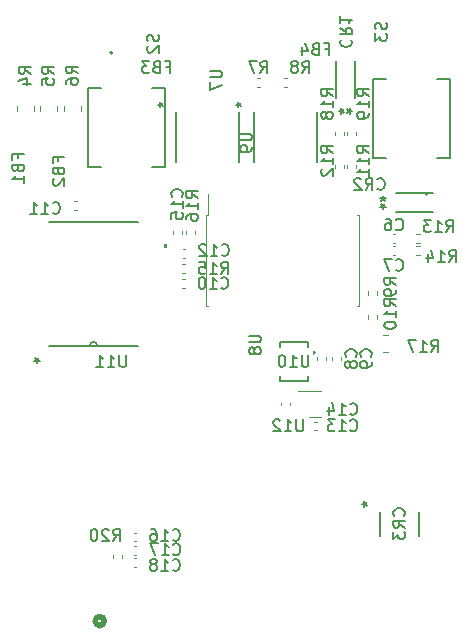
<source format=gbr>
%TF.GenerationSoftware,KiCad,Pcbnew,7.0.5*%
%TF.CreationDate,2023-06-26T09:37:40-04:00*%
%TF.ProjectId,ESP32Sensor-Sensor_board,45535033-3253-4656-9e73-6f722d53656e,rev?*%
%TF.SameCoordinates,Original*%
%TF.FileFunction,Legend,Bot*%
%TF.FilePolarity,Positive*%
%FSLAX46Y46*%
G04 Gerber Fmt 4.6, Leading zero omitted, Abs format (unit mm)*
G04 Created by KiCad (PCBNEW 7.0.5) date 2023-06-26 09:37:40*
%MOMM*%
%LPD*%
G01*
G04 APERTURE LIST*
%ADD10C,0.150000*%
%ADD11C,0.508000*%
%ADD12C,0.127000*%
%ADD13C,0.200000*%
%ADD14C,0.120000*%
%ADD15C,0.152400*%
G04 APERTURE END LIST*
D10*
%TO.C,FB1*%
X-18356990Y-17327666D02*
X-18356990Y-16994333D01*
X-17833180Y-16994333D02*
X-18833180Y-16994333D01*
X-18833180Y-16994333D02*
X-18833180Y-17470523D01*
X-18356990Y-18184809D02*
X-18309371Y-18327666D01*
X-18309371Y-18327666D02*
X-18261752Y-18375285D01*
X-18261752Y-18375285D02*
X-18166514Y-18422904D01*
X-18166514Y-18422904D02*
X-18023657Y-18422904D01*
X-18023657Y-18422904D02*
X-17928419Y-18375285D01*
X-17928419Y-18375285D02*
X-17880800Y-18327666D01*
X-17880800Y-18327666D02*
X-17833180Y-18232428D01*
X-17833180Y-18232428D02*
X-17833180Y-17851476D01*
X-17833180Y-17851476D02*
X-18833180Y-17851476D01*
X-18833180Y-17851476D02*
X-18833180Y-18184809D01*
X-18833180Y-18184809D02*
X-18785561Y-18280047D01*
X-18785561Y-18280047D02*
X-18737942Y-18327666D01*
X-18737942Y-18327666D02*
X-18642704Y-18375285D01*
X-18642704Y-18375285D02*
X-18547466Y-18375285D01*
X-18547466Y-18375285D02*
X-18452228Y-18327666D01*
X-18452228Y-18327666D02*
X-18404609Y-18280047D01*
X-18404609Y-18280047D02*
X-18356990Y-18184809D01*
X-18356990Y-18184809D02*
X-18356990Y-17851476D01*
X-17833180Y-19375285D02*
X-17833180Y-18803857D01*
X-17833180Y-19089571D02*
X-18833180Y-19089571D01*
X-18833180Y-19089571D02*
X-18690323Y-18994333D01*
X-18690323Y-18994333D02*
X-18595085Y-18899095D01*
X-18595085Y-18899095D02*
X-18547466Y-18803857D01*
%TO.C,S3*%
X12853200Y-5842095D02*
X12900819Y-5984952D01*
X12900819Y-5984952D02*
X12900819Y-6223047D01*
X12900819Y-6223047D02*
X12853200Y-6318285D01*
X12853200Y-6318285D02*
X12805580Y-6365904D01*
X12805580Y-6365904D02*
X12710342Y-6413523D01*
X12710342Y-6413523D02*
X12615104Y-6413523D01*
X12615104Y-6413523D02*
X12519866Y-6365904D01*
X12519866Y-6365904D02*
X12472247Y-6318285D01*
X12472247Y-6318285D02*
X12424628Y-6223047D01*
X12424628Y-6223047D02*
X12377009Y-6032571D01*
X12377009Y-6032571D02*
X12329390Y-5937333D01*
X12329390Y-5937333D02*
X12281771Y-5889714D01*
X12281771Y-5889714D02*
X12186533Y-5842095D01*
X12186533Y-5842095D02*
X12091295Y-5842095D01*
X12091295Y-5842095D02*
X11996057Y-5889714D01*
X11996057Y-5889714D02*
X11948438Y-5937333D01*
X11948438Y-5937333D02*
X11900819Y-6032571D01*
X11900819Y-6032571D02*
X11900819Y-6270666D01*
X11900819Y-6270666D02*
X11948438Y-6413523D01*
X11900819Y-6746857D02*
X11900819Y-7365904D01*
X11900819Y-7365904D02*
X12281771Y-7032571D01*
X12281771Y-7032571D02*
X12281771Y-7175428D01*
X12281771Y-7175428D02*
X12329390Y-7270666D01*
X12329390Y-7270666D02*
X12377009Y-7318285D01*
X12377009Y-7318285D02*
X12472247Y-7365904D01*
X12472247Y-7365904D02*
X12710342Y-7365904D01*
X12710342Y-7365904D02*
X12805580Y-7318285D01*
X12805580Y-7318285D02*
X12853200Y-7270666D01*
X12853200Y-7270666D02*
X12900819Y-7175428D01*
X12900819Y-7175428D02*
X12900819Y-6889714D01*
X12900819Y-6889714D02*
X12853200Y-6794476D01*
X12853200Y-6794476D02*
X12805580Y-6746857D01*
%TO.C,R10*%
X13662819Y-29837142D02*
X13186628Y-29503809D01*
X13662819Y-29265714D02*
X12662819Y-29265714D01*
X12662819Y-29265714D02*
X12662819Y-29646666D01*
X12662819Y-29646666D02*
X12710438Y-29741904D01*
X12710438Y-29741904D02*
X12758057Y-29789523D01*
X12758057Y-29789523D02*
X12853295Y-29837142D01*
X12853295Y-29837142D02*
X12996152Y-29837142D01*
X12996152Y-29837142D02*
X13091390Y-29789523D01*
X13091390Y-29789523D02*
X13139009Y-29741904D01*
X13139009Y-29741904D02*
X13186628Y-29646666D01*
X13186628Y-29646666D02*
X13186628Y-29265714D01*
X13662819Y-30789523D02*
X13662819Y-30218095D01*
X13662819Y-30503809D02*
X12662819Y-30503809D01*
X12662819Y-30503809D02*
X12805676Y-30408571D01*
X12805676Y-30408571D02*
X12900914Y-30313333D01*
X12900914Y-30313333D02*
X12948533Y-30218095D01*
X12662819Y-31408571D02*
X12662819Y-31503809D01*
X12662819Y-31503809D02*
X12710438Y-31599047D01*
X12710438Y-31599047D02*
X12758057Y-31646666D01*
X12758057Y-31646666D02*
X12853295Y-31694285D01*
X12853295Y-31694285D02*
X13043771Y-31741904D01*
X13043771Y-31741904D02*
X13281866Y-31741904D01*
X13281866Y-31741904D02*
X13472342Y-31694285D01*
X13472342Y-31694285D02*
X13567580Y-31646666D01*
X13567580Y-31646666D02*
X13615200Y-31599047D01*
X13615200Y-31599047D02*
X13662819Y-31503809D01*
X13662819Y-31503809D02*
X13662819Y-31408571D01*
X13662819Y-31408571D02*
X13615200Y-31313333D01*
X13615200Y-31313333D02*
X13567580Y-31265714D01*
X13567580Y-31265714D02*
X13472342Y-31218095D01*
X13472342Y-31218095D02*
X13281866Y-31170476D01*
X13281866Y-31170476D02*
X13043771Y-31170476D01*
X13043771Y-31170476D02*
X12853295Y-31218095D01*
X12853295Y-31218095D02*
X12758057Y-31265714D01*
X12758057Y-31265714D02*
X12710438Y-31313333D01*
X12710438Y-31313333D02*
X12662819Y-31408571D01*
%TO.C,R8*%
X5754666Y-10106819D02*
X6087999Y-9630628D01*
X6326094Y-10106819D02*
X6326094Y-9106819D01*
X6326094Y-9106819D02*
X5945142Y-9106819D01*
X5945142Y-9106819D02*
X5849904Y-9154438D01*
X5849904Y-9154438D02*
X5802285Y-9202057D01*
X5802285Y-9202057D02*
X5754666Y-9297295D01*
X5754666Y-9297295D02*
X5754666Y-9440152D01*
X5754666Y-9440152D02*
X5802285Y-9535390D01*
X5802285Y-9535390D02*
X5849904Y-9583009D01*
X5849904Y-9583009D02*
X5945142Y-9630628D01*
X5945142Y-9630628D02*
X6326094Y-9630628D01*
X5183237Y-9535390D02*
X5278475Y-9487771D01*
X5278475Y-9487771D02*
X5326094Y-9440152D01*
X5326094Y-9440152D02*
X5373713Y-9344914D01*
X5373713Y-9344914D02*
X5373713Y-9297295D01*
X5373713Y-9297295D02*
X5326094Y-9202057D01*
X5326094Y-9202057D02*
X5278475Y-9154438D01*
X5278475Y-9154438D02*
X5183237Y-9106819D01*
X5183237Y-9106819D02*
X4992761Y-9106819D01*
X4992761Y-9106819D02*
X4897523Y-9154438D01*
X4897523Y-9154438D02*
X4849904Y-9202057D01*
X4849904Y-9202057D02*
X4802285Y-9297295D01*
X4802285Y-9297295D02*
X4802285Y-9344914D01*
X4802285Y-9344914D02*
X4849904Y-9440152D01*
X4849904Y-9440152D02*
X4897523Y-9487771D01*
X4897523Y-9487771D02*
X4992761Y-9535390D01*
X4992761Y-9535390D02*
X5183237Y-9535390D01*
X5183237Y-9535390D02*
X5278475Y-9583009D01*
X5278475Y-9583009D02*
X5326094Y-9630628D01*
X5326094Y-9630628D02*
X5373713Y-9725866D01*
X5373713Y-9725866D02*
X5373713Y-9916342D01*
X5373713Y-9916342D02*
X5326094Y-10011580D01*
X5326094Y-10011580D02*
X5278475Y-10059200D01*
X5278475Y-10059200D02*
X5183237Y-10106819D01*
X5183237Y-10106819D02*
X4992761Y-10106819D01*
X4992761Y-10106819D02*
X4897523Y-10059200D01*
X4897523Y-10059200D02*
X4849904Y-10011580D01*
X4849904Y-10011580D02*
X4802285Y-9916342D01*
X4802285Y-9916342D02*
X4802285Y-9725866D01*
X4802285Y-9725866D02*
X4849904Y-9630628D01*
X4849904Y-9630628D02*
X4897523Y-9583009D01*
X4897523Y-9583009D02*
X4992761Y-9535390D01*
%TO.C,C17*%
X-5199142Y-50843580D02*
X-5151523Y-50891200D01*
X-5151523Y-50891200D02*
X-5008666Y-50938819D01*
X-5008666Y-50938819D02*
X-4913428Y-50938819D01*
X-4913428Y-50938819D02*
X-4770571Y-50891200D01*
X-4770571Y-50891200D02*
X-4675333Y-50795961D01*
X-4675333Y-50795961D02*
X-4627714Y-50700723D01*
X-4627714Y-50700723D02*
X-4580095Y-50510247D01*
X-4580095Y-50510247D02*
X-4580095Y-50367390D01*
X-4580095Y-50367390D02*
X-4627714Y-50176914D01*
X-4627714Y-50176914D02*
X-4675333Y-50081676D01*
X-4675333Y-50081676D02*
X-4770571Y-49986438D01*
X-4770571Y-49986438D02*
X-4913428Y-49938819D01*
X-4913428Y-49938819D02*
X-5008666Y-49938819D01*
X-5008666Y-49938819D02*
X-5151523Y-49986438D01*
X-5151523Y-49986438D02*
X-5199142Y-50034057D01*
X-6151523Y-50938819D02*
X-5580095Y-50938819D01*
X-5865809Y-50938819D02*
X-5865809Y-49938819D01*
X-5865809Y-49938819D02*
X-5770571Y-50081676D01*
X-5770571Y-50081676D02*
X-5675333Y-50176914D01*
X-5675333Y-50176914D02*
X-5580095Y-50224533D01*
X-6484857Y-49938819D02*
X-7151523Y-49938819D01*
X-7151523Y-49938819D02*
X-6722952Y-50938819D01*
%TO.C,FB3*%
X-5770666Y-9583009D02*
X-5437333Y-9583009D01*
X-5437333Y-10106819D02*
X-5437333Y-9106819D01*
X-5437333Y-9106819D02*
X-5913523Y-9106819D01*
X-6627809Y-9583009D02*
X-6770666Y-9630628D01*
X-6770666Y-9630628D02*
X-6818285Y-9678247D01*
X-6818285Y-9678247D02*
X-6865904Y-9773485D01*
X-6865904Y-9773485D02*
X-6865904Y-9916342D01*
X-6865904Y-9916342D02*
X-6818285Y-10011580D01*
X-6818285Y-10011580D02*
X-6770666Y-10059200D01*
X-6770666Y-10059200D02*
X-6675428Y-10106819D01*
X-6675428Y-10106819D02*
X-6294476Y-10106819D01*
X-6294476Y-10106819D02*
X-6294476Y-9106819D01*
X-6294476Y-9106819D02*
X-6627809Y-9106819D01*
X-6627809Y-9106819D02*
X-6723047Y-9154438D01*
X-6723047Y-9154438D02*
X-6770666Y-9202057D01*
X-6770666Y-9202057D02*
X-6818285Y-9297295D01*
X-6818285Y-9297295D02*
X-6818285Y-9392533D01*
X-6818285Y-9392533D02*
X-6770666Y-9487771D01*
X-6770666Y-9487771D02*
X-6723047Y-9535390D01*
X-6723047Y-9535390D02*
X-6627809Y-9583009D01*
X-6627809Y-9583009D02*
X-6294476Y-9583009D01*
X-7199238Y-9106819D02*
X-7818285Y-9106819D01*
X-7818285Y-9106819D02*
X-7484952Y-9487771D01*
X-7484952Y-9487771D02*
X-7627809Y-9487771D01*
X-7627809Y-9487771D02*
X-7723047Y-9535390D01*
X-7723047Y-9535390D02*
X-7770666Y-9583009D01*
X-7770666Y-9583009D02*
X-7818285Y-9678247D01*
X-7818285Y-9678247D02*
X-7818285Y-9916342D01*
X-7818285Y-9916342D02*
X-7770666Y-10011580D01*
X-7770666Y-10011580D02*
X-7723047Y-10059200D01*
X-7723047Y-10059200D02*
X-7627809Y-10106819D01*
X-7627809Y-10106819D02*
X-7342095Y-10106819D01*
X-7342095Y-10106819D02*
X-7246857Y-10059200D01*
X-7246857Y-10059200D02*
X-7199238Y-10011580D01*
%TO.C,C8*%
X10265580Y-34123333D02*
X10313200Y-34075714D01*
X10313200Y-34075714D02*
X10360819Y-33932857D01*
X10360819Y-33932857D02*
X10360819Y-33837619D01*
X10360819Y-33837619D02*
X10313200Y-33694762D01*
X10313200Y-33694762D02*
X10217961Y-33599524D01*
X10217961Y-33599524D02*
X10122723Y-33551905D01*
X10122723Y-33551905D02*
X9932247Y-33504286D01*
X9932247Y-33504286D02*
X9789390Y-33504286D01*
X9789390Y-33504286D02*
X9598914Y-33551905D01*
X9598914Y-33551905D02*
X9503676Y-33599524D01*
X9503676Y-33599524D02*
X9408438Y-33694762D01*
X9408438Y-33694762D02*
X9360819Y-33837619D01*
X9360819Y-33837619D02*
X9360819Y-33932857D01*
X9360819Y-33932857D02*
X9408438Y-34075714D01*
X9408438Y-34075714D02*
X9456057Y-34123333D01*
X9789390Y-34694762D02*
X9741771Y-34599524D01*
X9741771Y-34599524D02*
X9694152Y-34551905D01*
X9694152Y-34551905D02*
X9598914Y-34504286D01*
X9598914Y-34504286D02*
X9551295Y-34504286D01*
X9551295Y-34504286D02*
X9456057Y-34551905D01*
X9456057Y-34551905D02*
X9408438Y-34599524D01*
X9408438Y-34599524D02*
X9360819Y-34694762D01*
X9360819Y-34694762D02*
X9360819Y-34885238D01*
X9360819Y-34885238D02*
X9408438Y-34980476D01*
X9408438Y-34980476D02*
X9456057Y-35028095D01*
X9456057Y-35028095D02*
X9551295Y-35075714D01*
X9551295Y-35075714D02*
X9598914Y-35075714D01*
X9598914Y-35075714D02*
X9694152Y-35028095D01*
X9694152Y-35028095D02*
X9741771Y-34980476D01*
X9741771Y-34980476D02*
X9789390Y-34885238D01*
X9789390Y-34885238D02*
X9789390Y-34694762D01*
X9789390Y-34694762D02*
X9837009Y-34599524D01*
X9837009Y-34599524D02*
X9884628Y-34551905D01*
X9884628Y-34551905D02*
X9979866Y-34504286D01*
X9979866Y-34504286D02*
X10170342Y-34504286D01*
X10170342Y-34504286D02*
X10265580Y-34551905D01*
X10265580Y-34551905D02*
X10313200Y-34599524D01*
X10313200Y-34599524D02*
X10360819Y-34694762D01*
X10360819Y-34694762D02*
X10360819Y-34885238D01*
X10360819Y-34885238D02*
X10313200Y-34980476D01*
X10313200Y-34980476D02*
X10265580Y-35028095D01*
X10265580Y-35028095D02*
X10170342Y-35075714D01*
X10170342Y-35075714D02*
X9979866Y-35075714D01*
X9979866Y-35075714D02*
X9884628Y-35028095D01*
X9884628Y-35028095D02*
X9837009Y-34980476D01*
X9837009Y-34980476D02*
X9789390Y-34885238D01*
%TO.C,CR1*%
X9038419Y-7270666D02*
X8990800Y-7318285D01*
X8990800Y-7318285D02*
X8943180Y-7461142D01*
X8943180Y-7461142D02*
X8943180Y-7556380D01*
X8943180Y-7556380D02*
X8990800Y-7699237D01*
X8990800Y-7699237D02*
X9086038Y-7794475D01*
X9086038Y-7794475D02*
X9181276Y-7842094D01*
X9181276Y-7842094D02*
X9371752Y-7889713D01*
X9371752Y-7889713D02*
X9514609Y-7889713D01*
X9514609Y-7889713D02*
X9705085Y-7842094D01*
X9705085Y-7842094D02*
X9800323Y-7794475D01*
X9800323Y-7794475D02*
X9895561Y-7699237D01*
X9895561Y-7699237D02*
X9943180Y-7556380D01*
X9943180Y-7556380D02*
X9943180Y-7461142D01*
X9943180Y-7461142D02*
X9895561Y-7318285D01*
X9895561Y-7318285D02*
X9847942Y-7270666D01*
X8943180Y-6270666D02*
X9419371Y-6603999D01*
X8943180Y-6842094D02*
X9943180Y-6842094D01*
X9943180Y-6842094D02*
X9943180Y-6461142D01*
X9943180Y-6461142D02*
X9895561Y-6365904D01*
X9895561Y-6365904D02*
X9847942Y-6318285D01*
X9847942Y-6318285D02*
X9752704Y-6270666D01*
X9752704Y-6270666D02*
X9609847Y-6270666D01*
X9609847Y-6270666D02*
X9514609Y-6318285D01*
X9514609Y-6318285D02*
X9466990Y-6365904D01*
X9466990Y-6365904D02*
X9419371Y-6461142D01*
X9419371Y-6461142D02*
X9419371Y-6842094D01*
X8943180Y-5318285D02*
X8943180Y-5889713D01*
X8943180Y-5603999D02*
X9943180Y-5603999D01*
X9943180Y-5603999D02*
X9800323Y-5699237D01*
X9800323Y-5699237D02*
X9705085Y-5794475D01*
X9705085Y-5794475D02*
X9657466Y-5889713D01*
X8852819Y-13329600D02*
X9090914Y-13329600D01*
X8995676Y-13091505D02*
X9090914Y-13329600D01*
X9090914Y-13329600D02*
X8995676Y-13567695D01*
X9281390Y-13186743D02*
X9090914Y-13329600D01*
X9090914Y-13329600D02*
X9281390Y-13472457D01*
X9943180Y-13329599D02*
X9705085Y-13329599D01*
X9800323Y-13567694D02*
X9705085Y-13329599D01*
X9705085Y-13329599D02*
X9800323Y-13091504D01*
X9514609Y-13472456D02*
X9705085Y-13329599D01*
X9705085Y-13329599D02*
X9514609Y-13186742D01*
%TO.C,S2*%
X-6450800Y-6858095D02*
X-6403180Y-7000952D01*
X-6403180Y-7000952D02*
X-6403180Y-7239047D01*
X-6403180Y-7239047D02*
X-6450800Y-7334285D01*
X-6450800Y-7334285D02*
X-6498419Y-7381904D01*
X-6498419Y-7381904D02*
X-6593657Y-7429523D01*
X-6593657Y-7429523D02*
X-6688895Y-7429523D01*
X-6688895Y-7429523D02*
X-6784133Y-7381904D01*
X-6784133Y-7381904D02*
X-6831752Y-7334285D01*
X-6831752Y-7334285D02*
X-6879371Y-7239047D01*
X-6879371Y-7239047D02*
X-6926990Y-7048571D01*
X-6926990Y-7048571D02*
X-6974609Y-6953333D01*
X-6974609Y-6953333D02*
X-7022228Y-6905714D01*
X-7022228Y-6905714D02*
X-7117466Y-6858095D01*
X-7117466Y-6858095D02*
X-7212704Y-6858095D01*
X-7212704Y-6858095D02*
X-7307942Y-6905714D01*
X-7307942Y-6905714D02*
X-7355561Y-6953333D01*
X-7355561Y-6953333D02*
X-7403180Y-7048571D01*
X-7403180Y-7048571D02*
X-7403180Y-7286666D01*
X-7403180Y-7286666D02*
X-7355561Y-7429523D01*
X-7307942Y-7810476D02*
X-7355561Y-7858095D01*
X-7355561Y-7858095D02*
X-7403180Y-7953333D01*
X-7403180Y-7953333D02*
X-7403180Y-8191428D01*
X-7403180Y-8191428D02*
X-7355561Y-8286666D01*
X-7355561Y-8286666D02*
X-7307942Y-8334285D01*
X-7307942Y-8334285D02*
X-7212704Y-8381904D01*
X-7212704Y-8381904D02*
X-7117466Y-8381904D01*
X-7117466Y-8381904D02*
X-6974609Y-8334285D01*
X-6974609Y-8334285D02*
X-6403180Y-7762857D01*
X-6403180Y-7762857D02*
X-6403180Y-8381904D01*
%TO.C,U7*%
X-2069180Y-9906095D02*
X-1259657Y-9906095D01*
X-1259657Y-9906095D02*
X-1164419Y-9953714D01*
X-1164419Y-9953714D02*
X-1116800Y-10001333D01*
X-1116800Y-10001333D02*
X-1069180Y-10096571D01*
X-1069180Y-10096571D02*
X-1069180Y-10287047D01*
X-1069180Y-10287047D02*
X-1116800Y-10382285D01*
X-1116800Y-10382285D02*
X-1164419Y-10429904D01*
X-1164419Y-10429904D02*
X-1259657Y-10477523D01*
X-1259657Y-10477523D02*
X-2069180Y-10477523D01*
X-2069180Y-10858476D02*
X-2069180Y-11525142D01*
X-2069180Y-11525142D02*
X-1069180Y-11096571D01*
X-6437980Y-12776200D02*
X-6199885Y-12776200D01*
X-6295123Y-12538105D02*
X-6199885Y-12776200D01*
X-6199885Y-12776200D02*
X-6295123Y-13014295D01*
X-6009409Y-12633343D02*
X-6199885Y-12776200D01*
X-6199885Y-12776200D02*
X-6009409Y-12919057D01*
X-6437980Y-12776200D02*
X-6199885Y-12776200D01*
X-6295123Y-12538105D02*
X-6199885Y-12776200D01*
X-6199885Y-12776200D02*
X-6295123Y-13014295D01*
X-6009409Y-12633343D02*
X-6199885Y-12776200D01*
X-6199885Y-12776200D02*
X-6009409Y-12919057D01*
%TO.C,R11*%
X11376819Y-16883142D02*
X10900628Y-16549809D01*
X11376819Y-16311714D02*
X10376819Y-16311714D01*
X10376819Y-16311714D02*
X10376819Y-16692666D01*
X10376819Y-16692666D02*
X10424438Y-16787904D01*
X10424438Y-16787904D02*
X10472057Y-16835523D01*
X10472057Y-16835523D02*
X10567295Y-16883142D01*
X10567295Y-16883142D02*
X10710152Y-16883142D01*
X10710152Y-16883142D02*
X10805390Y-16835523D01*
X10805390Y-16835523D02*
X10853009Y-16787904D01*
X10853009Y-16787904D02*
X10900628Y-16692666D01*
X10900628Y-16692666D02*
X10900628Y-16311714D01*
X11376819Y-17835523D02*
X11376819Y-17264095D01*
X11376819Y-17549809D02*
X10376819Y-17549809D01*
X10376819Y-17549809D02*
X10519676Y-17454571D01*
X10519676Y-17454571D02*
X10614914Y-17359333D01*
X10614914Y-17359333D02*
X10662533Y-17264095D01*
X11376819Y-18787904D02*
X11376819Y-18216476D01*
X11376819Y-18502190D02*
X10376819Y-18502190D01*
X10376819Y-18502190D02*
X10519676Y-18406952D01*
X10519676Y-18406952D02*
X10614914Y-18311714D01*
X10614914Y-18311714D02*
X10662533Y-18216476D01*
%TO.C,R12*%
X8328819Y-16883142D02*
X7852628Y-16549809D01*
X8328819Y-16311714D02*
X7328819Y-16311714D01*
X7328819Y-16311714D02*
X7328819Y-16692666D01*
X7328819Y-16692666D02*
X7376438Y-16787904D01*
X7376438Y-16787904D02*
X7424057Y-16835523D01*
X7424057Y-16835523D02*
X7519295Y-16883142D01*
X7519295Y-16883142D02*
X7662152Y-16883142D01*
X7662152Y-16883142D02*
X7757390Y-16835523D01*
X7757390Y-16835523D02*
X7805009Y-16787904D01*
X7805009Y-16787904D02*
X7852628Y-16692666D01*
X7852628Y-16692666D02*
X7852628Y-16311714D01*
X8328819Y-17835523D02*
X8328819Y-17264095D01*
X8328819Y-17549809D02*
X7328819Y-17549809D01*
X7328819Y-17549809D02*
X7471676Y-17454571D01*
X7471676Y-17454571D02*
X7566914Y-17359333D01*
X7566914Y-17359333D02*
X7614533Y-17264095D01*
X7424057Y-18216476D02*
X7376438Y-18264095D01*
X7376438Y-18264095D02*
X7328819Y-18359333D01*
X7328819Y-18359333D02*
X7328819Y-18597428D01*
X7328819Y-18597428D02*
X7376438Y-18692666D01*
X7376438Y-18692666D02*
X7424057Y-18740285D01*
X7424057Y-18740285D02*
X7519295Y-18787904D01*
X7519295Y-18787904D02*
X7614533Y-18787904D01*
X7614533Y-18787904D02*
X7757390Y-18740285D01*
X7757390Y-18740285D02*
X8328819Y-18168857D01*
X8328819Y-18168857D02*
X8328819Y-18787904D01*
%TO.C,R18*%
X8328819Y-12057142D02*
X7852628Y-11723809D01*
X8328819Y-11485714D02*
X7328819Y-11485714D01*
X7328819Y-11485714D02*
X7328819Y-11866666D01*
X7328819Y-11866666D02*
X7376438Y-11961904D01*
X7376438Y-11961904D02*
X7424057Y-12009523D01*
X7424057Y-12009523D02*
X7519295Y-12057142D01*
X7519295Y-12057142D02*
X7662152Y-12057142D01*
X7662152Y-12057142D02*
X7757390Y-12009523D01*
X7757390Y-12009523D02*
X7805009Y-11961904D01*
X7805009Y-11961904D02*
X7852628Y-11866666D01*
X7852628Y-11866666D02*
X7852628Y-11485714D01*
X8328819Y-13009523D02*
X8328819Y-12438095D01*
X8328819Y-12723809D02*
X7328819Y-12723809D01*
X7328819Y-12723809D02*
X7471676Y-12628571D01*
X7471676Y-12628571D02*
X7566914Y-12533333D01*
X7566914Y-12533333D02*
X7614533Y-12438095D01*
X7757390Y-13580952D02*
X7709771Y-13485714D01*
X7709771Y-13485714D02*
X7662152Y-13438095D01*
X7662152Y-13438095D02*
X7566914Y-13390476D01*
X7566914Y-13390476D02*
X7519295Y-13390476D01*
X7519295Y-13390476D02*
X7424057Y-13438095D01*
X7424057Y-13438095D02*
X7376438Y-13485714D01*
X7376438Y-13485714D02*
X7328819Y-13580952D01*
X7328819Y-13580952D02*
X7328819Y-13771428D01*
X7328819Y-13771428D02*
X7376438Y-13866666D01*
X7376438Y-13866666D02*
X7424057Y-13914285D01*
X7424057Y-13914285D02*
X7519295Y-13961904D01*
X7519295Y-13961904D02*
X7566914Y-13961904D01*
X7566914Y-13961904D02*
X7662152Y-13914285D01*
X7662152Y-13914285D02*
X7709771Y-13866666D01*
X7709771Y-13866666D02*
X7757390Y-13771428D01*
X7757390Y-13771428D02*
X7757390Y-13580952D01*
X7757390Y-13580952D02*
X7805009Y-13485714D01*
X7805009Y-13485714D02*
X7852628Y-13438095D01*
X7852628Y-13438095D02*
X7947866Y-13390476D01*
X7947866Y-13390476D02*
X8138342Y-13390476D01*
X8138342Y-13390476D02*
X8233580Y-13438095D01*
X8233580Y-13438095D02*
X8281200Y-13485714D01*
X8281200Y-13485714D02*
X8328819Y-13580952D01*
X8328819Y-13580952D02*
X8328819Y-13771428D01*
X8328819Y-13771428D02*
X8281200Y-13866666D01*
X8281200Y-13866666D02*
X8233580Y-13914285D01*
X8233580Y-13914285D02*
X8138342Y-13961904D01*
X8138342Y-13961904D02*
X7947866Y-13961904D01*
X7947866Y-13961904D02*
X7852628Y-13914285D01*
X7852628Y-13914285D02*
X7805009Y-13866666D01*
X7805009Y-13866666D02*
X7757390Y-13771428D01*
%TO.C,R13*%
X17914857Y-23568819D02*
X18248190Y-23092628D01*
X18486285Y-23568819D02*
X18486285Y-22568819D01*
X18486285Y-22568819D02*
X18105333Y-22568819D01*
X18105333Y-22568819D02*
X18010095Y-22616438D01*
X18010095Y-22616438D02*
X17962476Y-22664057D01*
X17962476Y-22664057D02*
X17914857Y-22759295D01*
X17914857Y-22759295D02*
X17914857Y-22902152D01*
X17914857Y-22902152D02*
X17962476Y-22997390D01*
X17962476Y-22997390D02*
X18010095Y-23045009D01*
X18010095Y-23045009D02*
X18105333Y-23092628D01*
X18105333Y-23092628D02*
X18486285Y-23092628D01*
X16962476Y-23568819D02*
X17533904Y-23568819D01*
X17248190Y-23568819D02*
X17248190Y-22568819D01*
X17248190Y-22568819D02*
X17343428Y-22711676D01*
X17343428Y-22711676D02*
X17438666Y-22806914D01*
X17438666Y-22806914D02*
X17533904Y-22854533D01*
X16629142Y-22568819D02*
X16010095Y-22568819D01*
X16010095Y-22568819D02*
X16343428Y-22949771D01*
X16343428Y-22949771D02*
X16200571Y-22949771D01*
X16200571Y-22949771D02*
X16105333Y-22997390D01*
X16105333Y-22997390D02*
X16057714Y-23045009D01*
X16057714Y-23045009D02*
X16010095Y-23140247D01*
X16010095Y-23140247D02*
X16010095Y-23378342D01*
X16010095Y-23378342D02*
X16057714Y-23473580D01*
X16057714Y-23473580D02*
X16105333Y-23521200D01*
X16105333Y-23521200D02*
X16200571Y-23568819D01*
X16200571Y-23568819D02*
X16486285Y-23568819D01*
X16486285Y-23568819D02*
X16581523Y-23521200D01*
X16581523Y-23521200D02*
X16629142Y-23473580D01*
%TO.C,U9*%
X470819Y-15240095D02*
X1280342Y-15240095D01*
X1280342Y-15240095D02*
X1375580Y-15287714D01*
X1375580Y-15287714D02*
X1423200Y-15335333D01*
X1423200Y-15335333D02*
X1470819Y-15430571D01*
X1470819Y-15430571D02*
X1470819Y-15621047D01*
X1470819Y-15621047D02*
X1423200Y-15716285D01*
X1423200Y-15716285D02*
X1375580Y-15763904D01*
X1375580Y-15763904D02*
X1280342Y-15811523D01*
X1280342Y-15811523D02*
X470819Y-15811523D01*
X1470819Y-16335333D02*
X1470819Y-16525809D01*
X1470819Y-16525809D02*
X1423200Y-16621047D01*
X1423200Y-16621047D02*
X1375580Y-16668666D01*
X1375580Y-16668666D02*
X1232723Y-16763904D01*
X1232723Y-16763904D02*
X1042247Y-16811523D01*
X1042247Y-16811523D02*
X661295Y-16811523D01*
X661295Y-16811523D02*
X566057Y-16763904D01*
X566057Y-16763904D02*
X518438Y-16716285D01*
X518438Y-16716285D02*
X470819Y-16621047D01*
X470819Y-16621047D02*
X470819Y-16430571D01*
X470819Y-16430571D02*
X518438Y-16335333D01*
X518438Y-16335333D02*
X566057Y-16287714D01*
X566057Y-16287714D02*
X661295Y-16240095D01*
X661295Y-16240095D02*
X899390Y-16240095D01*
X899390Y-16240095D02*
X994628Y-16287714D01*
X994628Y-16287714D02*
X1042247Y-16335333D01*
X1042247Y-16335333D02*
X1089866Y-16430571D01*
X1089866Y-16430571D02*
X1089866Y-16621047D01*
X1089866Y-16621047D02*
X1042247Y-16716285D01*
X1042247Y-16716285D02*
X994628Y-16763904D01*
X994628Y-16763904D02*
X899390Y-16811523D01*
X166019Y-12776200D02*
X404114Y-12776200D01*
X308876Y-12538105D02*
X404114Y-12776200D01*
X404114Y-12776200D02*
X308876Y-13014295D01*
X594590Y-12633343D02*
X404114Y-12776200D01*
X404114Y-12776200D02*
X594590Y-12919057D01*
X166019Y-12776200D02*
X404114Y-12776200D01*
X308876Y-12538105D02*
X404114Y-12776200D01*
X404114Y-12776200D02*
X308876Y-13014295D01*
X594590Y-12633343D02*
X404114Y-12776200D01*
X404114Y-12776200D02*
X594590Y-12919057D01*
%TO.C,R14*%
X18168857Y-26108819D02*
X18502190Y-25632628D01*
X18740285Y-26108819D02*
X18740285Y-25108819D01*
X18740285Y-25108819D02*
X18359333Y-25108819D01*
X18359333Y-25108819D02*
X18264095Y-25156438D01*
X18264095Y-25156438D02*
X18216476Y-25204057D01*
X18216476Y-25204057D02*
X18168857Y-25299295D01*
X18168857Y-25299295D02*
X18168857Y-25442152D01*
X18168857Y-25442152D02*
X18216476Y-25537390D01*
X18216476Y-25537390D02*
X18264095Y-25585009D01*
X18264095Y-25585009D02*
X18359333Y-25632628D01*
X18359333Y-25632628D02*
X18740285Y-25632628D01*
X17216476Y-26108819D02*
X17787904Y-26108819D01*
X17502190Y-26108819D02*
X17502190Y-25108819D01*
X17502190Y-25108819D02*
X17597428Y-25251676D01*
X17597428Y-25251676D02*
X17692666Y-25346914D01*
X17692666Y-25346914D02*
X17787904Y-25394533D01*
X16359333Y-25442152D02*
X16359333Y-26108819D01*
X16597428Y-25061200D02*
X16835523Y-25775485D01*
X16835523Y-25775485D02*
X16216476Y-25775485D01*
%TO.C,U12*%
X5810094Y-39440819D02*
X5810094Y-40250342D01*
X5810094Y-40250342D02*
X5762475Y-40345580D01*
X5762475Y-40345580D02*
X5714856Y-40393200D01*
X5714856Y-40393200D02*
X5619618Y-40440819D01*
X5619618Y-40440819D02*
X5429142Y-40440819D01*
X5429142Y-40440819D02*
X5333904Y-40393200D01*
X5333904Y-40393200D02*
X5286285Y-40345580D01*
X5286285Y-40345580D02*
X5238666Y-40250342D01*
X5238666Y-40250342D02*
X5238666Y-39440819D01*
X4238666Y-40440819D02*
X4810094Y-40440819D01*
X4524380Y-40440819D02*
X4524380Y-39440819D01*
X4524380Y-39440819D02*
X4619618Y-39583676D01*
X4619618Y-39583676D02*
X4714856Y-39678914D01*
X4714856Y-39678914D02*
X4810094Y-39726533D01*
X3857713Y-39536057D02*
X3810094Y-39488438D01*
X3810094Y-39488438D02*
X3714856Y-39440819D01*
X3714856Y-39440819D02*
X3476761Y-39440819D01*
X3476761Y-39440819D02*
X3381523Y-39488438D01*
X3381523Y-39488438D02*
X3333904Y-39536057D01*
X3333904Y-39536057D02*
X3286285Y-39631295D01*
X3286285Y-39631295D02*
X3286285Y-39726533D01*
X3286285Y-39726533D02*
X3333904Y-39869390D01*
X3333904Y-39869390D02*
X3905332Y-40440819D01*
X3905332Y-40440819D02*
X3286285Y-40440819D01*
%TO.C,R15*%
X-1133142Y-27124819D02*
X-799809Y-26648628D01*
X-561714Y-27124819D02*
X-561714Y-26124819D01*
X-561714Y-26124819D02*
X-942666Y-26124819D01*
X-942666Y-26124819D02*
X-1037904Y-26172438D01*
X-1037904Y-26172438D02*
X-1085523Y-26220057D01*
X-1085523Y-26220057D02*
X-1133142Y-26315295D01*
X-1133142Y-26315295D02*
X-1133142Y-26458152D01*
X-1133142Y-26458152D02*
X-1085523Y-26553390D01*
X-1085523Y-26553390D02*
X-1037904Y-26601009D01*
X-1037904Y-26601009D02*
X-942666Y-26648628D01*
X-942666Y-26648628D02*
X-561714Y-26648628D01*
X-2085523Y-27124819D02*
X-1514095Y-27124819D01*
X-1799809Y-27124819D02*
X-1799809Y-26124819D01*
X-1799809Y-26124819D02*
X-1704571Y-26267676D01*
X-1704571Y-26267676D02*
X-1609333Y-26362914D01*
X-1609333Y-26362914D02*
X-1514095Y-26410533D01*
X-2990285Y-26124819D02*
X-2514095Y-26124819D01*
X-2514095Y-26124819D02*
X-2466476Y-26601009D01*
X-2466476Y-26601009D02*
X-2514095Y-26553390D01*
X-2514095Y-26553390D02*
X-2609333Y-26505771D01*
X-2609333Y-26505771D02*
X-2847428Y-26505771D01*
X-2847428Y-26505771D02*
X-2942666Y-26553390D01*
X-2942666Y-26553390D02*
X-2990285Y-26601009D01*
X-2990285Y-26601009D02*
X-3037904Y-26696247D01*
X-3037904Y-26696247D02*
X-3037904Y-26934342D01*
X-3037904Y-26934342D02*
X-2990285Y-27029580D01*
X-2990285Y-27029580D02*
X-2942666Y-27077200D01*
X-2942666Y-27077200D02*
X-2847428Y-27124819D01*
X-2847428Y-27124819D02*
X-2609333Y-27124819D01*
X-2609333Y-27124819D02*
X-2514095Y-27077200D01*
X-2514095Y-27077200D02*
X-2466476Y-27029580D01*
%TO.C,CR3*%
X14329580Y-47593333D02*
X14377200Y-47545714D01*
X14377200Y-47545714D02*
X14424819Y-47402857D01*
X14424819Y-47402857D02*
X14424819Y-47307619D01*
X14424819Y-47307619D02*
X14377200Y-47164762D01*
X14377200Y-47164762D02*
X14281961Y-47069524D01*
X14281961Y-47069524D02*
X14186723Y-47021905D01*
X14186723Y-47021905D02*
X13996247Y-46974286D01*
X13996247Y-46974286D02*
X13853390Y-46974286D01*
X13853390Y-46974286D02*
X13662914Y-47021905D01*
X13662914Y-47021905D02*
X13567676Y-47069524D01*
X13567676Y-47069524D02*
X13472438Y-47164762D01*
X13472438Y-47164762D02*
X13424819Y-47307619D01*
X13424819Y-47307619D02*
X13424819Y-47402857D01*
X13424819Y-47402857D02*
X13472438Y-47545714D01*
X13472438Y-47545714D02*
X13520057Y-47593333D01*
X14424819Y-48593333D02*
X13948628Y-48260000D01*
X14424819Y-48021905D02*
X13424819Y-48021905D01*
X13424819Y-48021905D02*
X13424819Y-48402857D01*
X13424819Y-48402857D02*
X13472438Y-48498095D01*
X13472438Y-48498095D02*
X13520057Y-48545714D01*
X13520057Y-48545714D02*
X13615295Y-48593333D01*
X13615295Y-48593333D02*
X13758152Y-48593333D01*
X13758152Y-48593333D02*
X13853390Y-48545714D01*
X13853390Y-48545714D02*
X13901009Y-48498095D01*
X13901009Y-48498095D02*
X13948628Y-48402857D01*
X13948628Y-48402857D02*
X13948628Y-48021905D01*
X13424819Y-48926667D02*
X13424819Y-49545714D01*
X13424819Y-49545714D02*
X13805771Y-49212381D01*
X13805771Y-49212381D02*
X13805771Y-49355238D01*
X13805771Y-49355238D02*
X13853390Y-49450476D01*
X13853390Y-49450476D02*
X13901009Y-49498095D01*
X13901009Y-49498095D02*
X13996247Y-49545714D01*
X13996247Y-49545714D02*
X14234342Y-49545714D01*
X14234342Y-49545714D02*
X14329580Y-49498095D01*
X14329580Y-49498095D02*
X14377200Y-49450476D01*
X14377200Y-49450476D02*
X14424819Y-49355238D01*
X14424819Y-49355238D02*
X14424819Y-49069524D01*
X14424819Y-49069524D02*
X14377200Y-48974286D01*
X14377200Y-48974286D02*
X14329580Y-48926667D01*
X10783219Y-46583600D02*
X11021314Y-46583600D01*
X10926076Y-46345505D02*
X11021314Y-46583600D01*
X11021314Y-46583600D02*
X10926076Y-46821695D01*
X11211790Y-46440743D02*
X11021314Y-46583600D01*
X11021314Y-46583600D02*
X11211790Y-46726457D01*
X10783219Y-46583600D02*
X11021314Y-46583600D01*
X10926076Y-46345505D02*
X11021314Y-46583600D01*
X11021314Y-46583600D02*
X10926076Y-46821695D01*
X11211790Y-46440743D02*
X11021314Y-46583600D01*
X11021314Y-46583600D02*
X11211790Y-46726457D01*
%TO.C,R5*%
X-15300728Y-10174553D02*
X-15776919Y-9841220D01*
X-15300728Y-9603125D02*
X-16300728Y-9603125D01*
X-16300728Y-9603125D02*
X-16300728Y-9984077D01*
X-16300728Y-9984077D02*
X-16253109Y-10079315D01*
X-16253109Y-10079315D02*
X-16205490Y-10126934D01*
X-16205490Y-10126934D02*
X-16110252Y-10174553D01*
X-16110252Y-10174553D02*
X-15967395Y-10174553D01*
X-15967395Y-10174553D02*
X-15872157Y-10126934D01*
X-15872157Y-10126934D02*
X-15824538Y-10079315D01*
X-15824538Y-10079315D02*
X-15776919Y-9984077D01*
X-15776919Y-9984077D02*
X-15776919Y-9603125D01*
X-16300728Y-11079315D02*
X-16300728Y-10603125D01*
X-16300728Y-10603125D02*
X-15824538Y-10555506D01*
X-15824538Y-10555506D02*
X-15872157Y-10603125D01*
X-15872157Y-10603125D02*
X-15919776Y-10698363D01*
X-15919776Y-10698363D02*
X-15919776Y-10936458D01*
X-15919776Y-10936458D02*
X-15872157Y-11031696D01*
X-15872157Y-11031696D02*
X-15824538Y-11079315D01*
X-15824538Y-11079315D02*
X-15729300Y-11126934D01*
X-15729300Y-11126934D02*
X-15491205Y-11126934D01*
X-15491205Y-11126934D02*
X-15395967Y-11079315D01*
X-15395967Y-11079315D02*
X-15348348Y-11031696D01*
X-15348348Y-11031696D02*
X-15300728Y-10936458D01*
X-15300728Y-10936458D02*
X-15300728Y-10698363D01*
X-15300728Y-10698363D02*
X-15348348Y-10603125D01*
X-15348348Y-10603125D02*
X-15395967Y-10555506D01*
%TO.C,CR2*%
X12096666Y-19917580D02*
X12144285Y-19965200D01*
X12144285Y-19965200D02*
X12287142Y-20012819D01*
X12287142Y-20012819D02*
X12382380Y-20012819D01*
X12382380Y-20012819D02*
X12525237Y-19965200D01*
X12525237Y-19965200D02*
X12620475Y-19869961D01*
X12620475Y-19869961D02*
X12668094Y-19774723D01*
X12668094Y-19774723D02*
X12715713Y-19584247D01*
X12715713Y-19584247D02*
X12715713Y-19441390D01*
X12715713Y-19441390D02*
X12668094Y-19250914D01*
X12668094Y-19250914D02*
X12620475Y-19155676D01*
X12620475Y-19155676D02*
X12525237Y-19060438D01*
X12525237Y-19060438D02*
X12382380Y-19012819D01*
X12382380Y-19012819D02*
X12287142Y-19012819D01*
X12287142Y-19012819D02*
X12144285Y-19060438D01*
X12144285Y-19060438D02*
X12096666Y-19108057D01*
X11096666Y-20012819D02*
X11429999Y-19536628D01*
X11668094Y-20012819D02*
X11668094Y-19012819D01*
X11668094Y-19012819D02*
X11287142Y-19012819D01*
X11287142Y-19012819D02*
X11191904Y-19060438D01*
X11191904Y-19060438D02*
X11144285Y-19108057D01*
X11144285Y-19108057D02*
X11096666Y-19203295D01*
X11096666Y-19203295D02*
X11096666Y-19346152D01*
X11096666Y-19346152D02*
X11144285Y-19441390D01*
X11144285Y-19441390D02*
X11191904Y-19489009D01*
X11191904Y-19489009D02*
X11287142Y-19536628D01*
X11287142Y-19536628D02*
X11668094Y-19536628D01*
X10715713Y-19108057D02*
X10668094Y-19060438D01*
X10668094Y-19060438D02*
X10572856Y-19012819D01*
X10572856Y-19012819D02*
X10334761Y-19012819D01*
X10334761Y-19012819D02*
X10239523Y-19060438D01*
X10239523Y-19060438D02*
X10191904Y-19108057D01*
X10191904Y-19108057D02*
X10144285Y-19203295D01*
X10144285Y-19203295D02*
X10144285Y-19298533D01*
X10144285Y-19298533D02*
X10191904Y-19441390D01*
X10191904Y-19441390D02*
X10763332Y-20012819D01*
X10763332Y-20012819D02*
X10144285Y-20012819D01*
X12578399Y-20536819D02*
X12578399Y-20774914D01*
X12816494Y-20679676D02*
X12578399Y-20774914D01*
X12578399Y-20774914D02*
X12340304Y-20679676D01*
X12721256Y-20965390D02*
X12578399Y-20774914D01*
X12578399Y-20774914D02*
X12435542Y-20965390D01*
X12578400Y-21627180D02*
X12578400Y-21389085D01*
X12340305Y-21484323D02*
X12578400Y-21389085D01*
X12578400Y-21389085D02*
X12816495Y-21484323D01*
X12435543Y-21198609D02*
X12578400Y-21389085D01*
X12578400Y-21389085D02*
X12721257Y-21198609D01*
%TO.C,FB4*%
X7691333Y-8059009D02*
X8024666Y-8059009D01*
X8024666Y-8582819D02*
X8024666Y-7582819D01*
X8024666Y-7582819D02*
X7548476Y-7582819D01*
X6834190Y-8059009D02*
X6691333Y-8106628D01*
X6691333Y-8106628D02*
X6643714Y-8154247D01*
X6643714Y-8154247D02*
X6596095Y-8249485D01*
X6596095Y-8249485D02*
X6596095Y-8392342D01*
X6596095Y-8392342D02*
X6643714Y-8487580D01*
X6643714Y-8487580D02*
X6691333Y-8535200D01*
X6691333Y-8535200D02*
X6786571Y-8582819D01*
X6786571Y-8582819D02*
X7167523Y-8582819D01*
X7167523Y-8582819D02*
X7167523Y-7582819D01*
X7167523Y-7582819D02*
X6834190Y-7582819D01*
X6834190Y-7582819D02*
X6738952Y-7630438D01*
X6738952Y-7630438D02*
X6691333Y-7678057D01*
X6691333Y-7678057D02*
X6643714Y-7773295D01*
X6643714Y-7773295D02*
X6643714Y-7868533D01*
X6643714Y-7868533D02*
X6691333Y-7963771D01*
X6691333Y-7963771D02*
X6738952Y-8011390D01*
X6738952Y-8011390D02*
X6834190Y-8059009D01*
X6834190Y-8059009D02*
X7167523Y-8059009D01*
X5738952Y-7916152D02*
X5738952Y-8582819D01*
X5977047Y-7535200D02*
X6215142Y-8249485D01*
X6215142Y-8249485D02*
X5596095Y-8249485D01*
%TO.C,C18*%
X-5227142Y-52175580D02*
X-5179523Y-52223200D01*
X-5179523Y-52223200D02*
X-5036666Y-52270819D01*
X-5036666Y-52270819D02*
X-4941428Y-52270819D01*
X-4941428Y-52270819D02*
X-4798571Y-52223200D01*
X-4798571Y-52223200D02*
X-4703333Y-52127961D01*
X-4703333Y-52127961D02*
X-4655714Y-52032723D01*
X-4655714Y-52032723D02*
X-4608095Y-51842247D01*
X-4608095Y-51842247D02*
X-4608095Y-51699390D01*
X-4608095Y-51699390D02*
X-4655714Y-51508914D01*
X-4655714Y-51508914D02*
X-4703333Y-51413676D01*
X-4703333Y-51413676D02*
X-4798571Y-51318438D01*
X-4798571Y-51318438D02*
X-4941428Y-51270819D01*
X-4941428Y-51270819D02*
X-5036666Y-51270819D01*
X-5036666Y-51270819D02*
X-5179523Y-51318438D01*
X-5179523Y-51318438D02*
X-5227142Y-51366057D01*
X-6179523Y-52270819D02*
X-5608095Y-52270819D01*
X-5893809Y-52270819D02*
X-5893809Y-51270819D01*
X-5893809Y-51270819D02*
X-5798571Y-51413676D01*
X-5798571Y-51413676D02*
X-5703333Y-51508914D01*
X-5703333Y-51508914D02*
X-5608095Y-51556533D01*
X-6750952Y-51699390D02*
X-6655714Y-51651771D01*
X-6655714Y-51651771D02*
X-6608095Y-51604152D01*
X-6608095Y-51604152D02*
X-6560476Y-51508914D01*
X-6560476Y-51508914D02*
X-6560476Y-51461295D01*
X-6560476Y-51461295D02*
X-6608095Y-51366057D01*
X-6608095Y-51366057D02*
X-6655714Y-51318438D01*
X-6655714Y-51318438D02*
X-6750952Y-51270819D01*
X-6750952Y-51270819D02*
X-6941428Y-51270819D01*
X-6941428Y-51270819D02*
X-7036666Y-51318438D01*
X-7036666Y-51318438D02*
X-7084285Y-51366057D01*
X-7084285Y-51366057D02*
X-7131904Y-51461295D01*
X-7131904Y-51461295D02*
X-7131904Y-51508914D01*
X-7131904Y-51508914D02*
X-7084285Y-51604152D01*
X-7084285Y-51604152D02*
X-7036666Y-51651771D01*
X-7036666Y-51651771D02*
X-6941428Y-51699390D01*
X-6941428Y-51699390D02*
X-6750952Y-51699390D01*
X-6750952Y-51699390D02*
X-6655714Y-51747009D01*
X-6655714Y-51747009D02*
X-6608095Y-51794628D01*
X-6608095Y-51794628D02*
X-6560476Y-51889866D01*
X-6560476Y-51889866D02*
X-6560476Y-52080342D01*
X-6560476Y-52080342D02*
X-6608095Y-52175580D01*
X-6608095Y-52175580D02*
X-6655714Y-52223200D01*
X-6655714Y-52223200D02*
X-6750952Y-52270819D01*
X-6750952Y-52270819D02*
X-6941428Y-52270819D01*
X-6941428Y-52270819D02*
X-7036666Y-52223200D01*
X-7036666Y-52223200D02*
X-7084285Y-52175580D01*
X-7084285Y-52175580D02*
X-7131904Y-52080342D01*
X-7131904Y-52080342D02*
X-7131904Y-51889866D01*
X-7131904Y-51889866D02*
X-7084285Y-51794628D01*
X-7084285Y-51794628D02*
X-7036666Y-51747009D01*
X-7036666Y-51747009D02*
X-6941428Y-51699390D01*
%TO.C,C14*%
X9786857Y-38943580D02*
X9834476Y-38991200D01*
X9834476Y-38991200D02*
X9977333Y-39038819D01*
X9977333Y-39038819D02*
X10072571Y-39038819D01*
X10072571Y-39038819D02*
X10215428Y-38991200D01*
X10215428Y-38991200D02*
X10310666Y-38895961D01*
X10310666Y-38895961D02*
X10358285Y-38800723D01*
X10358285Y-38800723D02*
X10405904Y-38610247D01*
X10405904Y-38610247D02*
X10405904Y-38467390D01*
X10405904Y-38467390D02*
X10358285Y-38276914D01*
X10358285Y-38276914D02*
X10310666Y-38181676D01*
X10310666Y-38181676D02*
X10215428Y-38086438D01*
X10215428Y-38086438D02*
X10072571Y-38038819D01*
X10072571Y-38038819D02*
X9977333Y-38038819D01*
X9977333Y-38038819D02*
X9834476Y-38086438D01*
X9834476Y-38086438D02*
X9786857Y-38134057D01*
X8834476Y-39038819D02*
X9405904Y-39038819D01*
X9120190Y-39038819D02*
X9120190Y-38038819D01*
X9120190Y-38038819D02*
X9215428Y-38181676D01*
X9215428Y-38181676D02*
X9310666Y-38276914D01*
X9310666Y-38276914D02*
X9405904Y-38324533D01*
X7977333Y-38372152D02*
X7977333Y-39038819D01*
X8215428Y-37991200D02*
X8453523Y-38705485D01*
X8453523Y-38705485D02*
X7834476Y-38705485D01*
%TO.C,C6*%
X13656666Y-23329580D02*
X13704285Y-23377200D01*
X13704285Y-23377200D02*
X13847142Y-23424819D01*
X13847142Y-23424819D02*
X13942380Y-23424819D01*
X13942380Y-23424819D02*
X14085237Y-23377200D01*
X14085237Y-23377200D02*
X14180475Y-23281961D01*
X14180475Y-23281961D02*
X14228094Y-23186723D01*
X14228094Y-23186723D02*
X14275713Y-22996247D01*
X14275713Y-22996247D02*
X14275713Y-22853390D01*
X14275713Y-22853390D02*
X14228094Y-22662914D01*
X14228094Y-22662914D02*
X14180475Y-22567676D01*
X14180475Y-22567676D02*
X14085237Y-22472438D01*
X14085237Y-22472438D02*
X13942380Y-22424819D01*
X13942380Y-22424819D02*
X13847142Y-22424819D01*
X13847142Y-22424819D02*
X13704285Y-22472438D01*
X13704285Y-22472438D02*
X13656666Y-22520057D01*
X12799523Y-22424819D02*
X12989999Y-22424819D01*
X12989999Y-22424819D02*
X13085237Y-22472438D01*
X13085237Y-22472438D02*
X13132856Y-22520057D01*
X13132856Y-22520057D02*
X13228094Y-22662914D01*
X13228094Y-22662914D02*
X13275713Y-22853390D01*
X13275713Y-22853390D02*
X13275713Y-23234342D01*
X13275713Y-23234342D02*
X13228094Y-23329580D01*
X13228094Y-23329580D02*
X13180475Y-23377200D01*
X13180475Y-23377200D02*
X13085237Y-23424819D01*
X13085237Y-23424819D02*
X12894761Y-23424819D01*
X12894761Y-23424819D02*
X12799523Y-23377200D01*
X12799523Y-23377200D02*
X12751904Y-23329580D01*
X12751904Y-23329580D02*
X12704285Y-23234342D01*
X12704285Y-23234342D02*
X12704285Y-22996247D01*
X12704285Y-22996247D02*
X12751904Y-22901009D01*
X12751904Y-22901009D02*
X12799523Y-22853390D01*
X12799523Y-22853390D02*
X12894761Y-22805771D01*
X12894761Y-22805771D02*
X13085237Y-22805771D01*
X13085237Y-22805771D02*
X13180475Y-22853390D01*
X13180475Y-22853390D02*
X13228094Y-22901009D01*
X13228094Y-22901009D02*
X13275713Y-22996247D01*
%TO.C,R17*%
X16644857Y-33728819D02*
X16978190Y-33252628D01*
X17216285Y-33728819D02*
X17216285Y-32728819D01*
X17216285Y-32728819D02*
X16835333Y-32728819D01*
X16835333Y-32728819D02*
X16740095Y-32776438D01*
X16740095Y-32776438D02*
X16692476Y-32824057D01*
X16692476Y-32824057D02*
X16644857Y-32919295D01*
X16644857Y-32919295D02*
X16644857Y-33062152D01*
X16644857Y-33062152D02*
X16692476Y-33157390D01*
X16692476Y-33157390D02*
X16740095Y-33205009D01*
X16740095Y-33205009D02*
X16835333Y-33252628D01*
X16835333Y-33252628D02*
X17216285Y-33252628D01*
X15692476Y-33728819D02*
X16263904Y-33728819D01*
X15978190Y-33728819D02*
X15978190Y-32728819D01*
X15978190Y-32728819D02*
X16073428Y-32871676D01*
X16073428Y-32871676D02*
X16168666Y-32966914D01*
X16168666Y-32966914D02*
X16263904Y-33014533D01*
X15359142Y-32728819D02*
X14692476Y-32728819D01*
X14692476Y-32728819D02*
X15121047Y-33728819D01*
%TO.C,R4*%
X-17261233Y-10161477D02*
X-17737424Y-9828144D01*
X-17261233Y-9590049D02*
X-18261233Y-9590049D01*
X-18261233Y-9590049D02*
X-18261233Y-9971001D01*
X-18261233Y-9971001D02*
X-18213614Y-10066239D01*
X-18213614Y-10066239D02*
X-18165995Y-10113858D01*
X-18165995Y-10113858D02*
X-18070757Y-10161477D01*
X-18070757Y-10161477D02*
X-17927900Y-10161477D01*
X-17927900Y-10161477D02*
X-17832662Y-10113858D01*
X-17832662Y-10113858D02*
X-17785043Y-10066239D01*
X-17785043Y-10066239D02*
X-17737424Y-9971001D01*
X-17737424Y-9971001D02*
X-17737424Y-9590049D01*
X-17927900Y-11018620D02*
X-17261233Y-11018620D01*
X-18308853Y-10780525D02*
X-17594567Y-10542430D01*
X-17594567Y-10542430D02*
X-17594567Y-11161477D01*
%TO.C,FB2*%
X-14927990Y-17581666D02*
X-14927990Y-17248333D01*
X-14404180Y-17248333D02*
X-15404180Y-17248333D01*
X-15404180Y-17248333D02*
X-15404180Y-17724523D01*
X-14927990Y-18438809D02*
X-14880371Y-18581666D01*
X-14880371Y-18581666D02*
X-14832752Y-18629285D01*
X-14832752Y-18629285D02*
X-14737514Y-18676904D01*
X-14737514Y-18676904D02*
X-14594657Y-18676904D01*
X-14594657Y-18676904D02*
X-14499419Y-18629285D01*
X-14499419Y-18629285D02*
X-14451800Y-18581666D01*
X-14451800Y-18581666D02*
X-14404180Y-18486428D01*
X-14404180Y-18486428D02*
X-14404180Y-18105476D01*
X-14404180Y-18105476D02*
X-15404180Y-18105476D01*
X-15404180Y-18105476D02*
X-15404180Y-18438809D01*
X-15404180Y-18438809D02*
X-15356561Y-18534047D01*
X-15356561Y-18534047D02*
X-15308942Y-18581666D01*
X-15308942Y-18581666D02*
X-15213704Y-18629285D01*
X-15213704Y-18629285D02*
X-15118466Y-18629285D01*
X-15118466Y-18629285D02*
X-15023228Y-18581666D01*
X-15023228Y-18581666D02*
X-14975609Y-18534047D01*
X-14975609Y-18534047D02*
X-14927990Y-18438809D01*
X-14927990Y-18438809D02*
X-14927990Y-18105476D01*
X-15308942Y-19057857D02*
X-15356561Y-19105476D01*
X-15356561Y-19105476D02*
X-15404180Y-19200714D01*
X-15404180Y-19200714D02*
X-15404180Y-19438809D01*
X-15404180Y-19438809D02*
X-15356561Y-19534047D01*
X-15356561Y-19534047D02*
X-15308942Y-19581666D01*
X-15308942Y-19581666D02*
X-15213704Y-19629285D01*
X-15213704Y-19629285D02*
X-15118466Y-19629285D01*
X-15118466Y-19629285D02*
X-14975609Y-19581666D01*
X-14975609Y-19581666D02*
X-14404180Y-19010238D01*
X-14404180Y-19010238D02*
X-14404180Y-19629285D01*
%TO.C,C12*%
X-1077142Y-25505580D02*
X-1029523Y-25553200D01*
X-1029523Y-25553200D02*
X-886666Y-25600819D01*
X-886666Y-25600819D02*
X-791428Y-25600819D01*
X-791428Y-25600819D02*
X-648571Y-25553200D01*
X-648571Y-25553200D02*
X-553333Y-25457961D01*
X-553333Y-25457961D02*
X-505714Y-25362723D01*
X-505714Y-25362723D02*
X-458095Y-25172247D01*
X-458095Y-25172247D02*
X-458095Y-25029390D01*
X-458095Y-25029390D02*
X-505714Y-24838914D01*
X-505714Y-24838914D02*
X-553333Y-24743676D01*
X-553333Y-24743676D02*
X-648571Y-24648438D01*
X-648571Y-24648438D02*
X-791428Y-24600819D01*
X-791428Y-24600819D02*
X-886666Y-24600819D01*
X-886666Y-24600819D02*
X-1029523Y-24648438D01*
X-1029523Y-24648438D02*
X-1077142Y-24696057D01*
X-2029523Y-25600819D02*
X-1458095Y-25600819D01*
X-1743809Y-25600819D02*
X-1743809Y-24600819D01*
X-1743809Y-24600819D02*
X-1648571Y-24743676D01*
X-1648571Y-24743676D02*
X-1553333Y-24838914D01*
X-1553333Y-24838914D02*
X-1458095Y-24886533D01*
X-2410476Y-24696057D02*
X-2458095Y-24648438D01*
X-2458095Y-24648438D02*
X-2553333Y-24600819D01*
X-2553333Y-24600819D02*
X-2791428Y-24600819D01*
X-2791428Y-24600819D02*
X-2886666Y-24648438D01*
X-2886666Y-24648438D02*
X-2934285Y-24696057D01*
X-2934285Y-24696057D02*
X-2981904Y-24791295D01*
X-2981904Y-24791295D02*
X-2981904Y-24886533D01*
X-2981904Y-24886533D02*
X-2934285Y-25029390D01*
X-2934285Y-25029390D02*
X-2362857Y-25600819D01*
X-2362857Y-25600819D02*
X-2981904Y-25600819D01*
%TO.C,R19*%
X11376819Y-12057142D02*
X10900628Y-11723809D01*
X11376819Y-11485714D02*
X10376819Y-11485714D01*
X10376819Y-11485714D02*
X10376819Y-11866666D01*
X10376819Y-11866666D02*
X10424438Y-11961904D01*
X10424438Y-11961904D02*
X10472057Y-12009523D01*
X10472057Y-12009523D02*
X10567295Y-12057142D01*
X10567295Y-12057142D02*
X10710152Y-12057142D01*
X10710152Y-12057142D02*
X10805390Y-12009523D01*
X10805390Y-12009523D02*
X10853009Y-11961904D01*
X10853009Y-11961904D02*
X10900628Y-11866666D01*
X10900628Y-11866666D02*
X10900628Y-11485714D01*
X11376819Y-13009523D02*
X11376819Y-12438095D01*
X11376819Y-12723809D02*
X10376819Y-12723809D01*
X10376819Y-12723809D02*
X10519676Y-12628571D01*
X10519676Y-12628571D02*
X10614914Y-12533333D01*
X10614914Y-12533333D02*
X10662533Y-12438095D01*
X11376819Y-13485714D02*
X11376819Y-13676190D01*
X11376819Y-13676190D02*
X11329200Y-13771428D01*
X11329200Y-13771428D02*
X11281580Y-13819047D01*
X11281580Y-13819047D02*
X11138723Y-13914285D01*
X11138723Y-13914285D02*
X10948247Y-13961904D01*
X10948247Y-13961904D02*
X10567295Y-13961904D01*
X10567295Y-13961904D02*
X10472057Y-13914285D01*
X10472057Y-13914285D02*
X10424438Y-13866666D01*
X10424438Y-13866666D02*
X10376819Y-13771428D01*
X10376819Y-13771428D02*
X10376819Y-13580952D01*
X10376819Y-13580952D02*
X10424438Y-13485714D01*
X10424438Y-13485714D02*
X10472057Y-13438095D01*
X10472057Y-13438095D02*
X10567295Y-13390476D01*
X10567295Y-13390476D02*
X10805390Y-13390476D01*
X10805390Y-13390476D02*
X10900628Y-13438095D01*
X10900628Y-13438095D02*
X10948247Y-13485714D01*
X10948247Y-13485714D02*
X10995866Y-13580952D01*
X10995866Y-13580952D02*
X10995866Y-13771428D01*
X10995866Y-13771428D02*
X10948247Y-13866666D01*
X10948247Y-13866666D02*
X10900628Y-13914285D01*
X10900628Y-13914285D02*
X10805390Y-13961904D01*
%TO.C,U8*%
X1232819Y-32336095D02*
X2042342Y-32336095D01*
X2042342Y-32336095D02*
X2137580Y-32383714D01*
X2137580Y-32383714D02*
X2185200Y-32431333D01*
X2185200Y-32431333D02*
X2232819Y-32526571D01*
X2232819Y-32526571D02*
X2232819Y-32717047D01*
X2232819Y-32717047D02*
X2185200Y-32812285D01*
X2185200Y-32812285D02*
X2137580Y-32859904D01*
X2137580Y-32859904D02*
X2042342Y-32907523D01*
X2042342Y-32907523D02*
X1232819Y-32907523D01*
X1661390Y-33526571D02*
X1613771Y-33431333D01*
X1613771Y-33431333D02*
X1566152Y-33383714D01*
X1566152Y-33383714D02*
X1470914Y-33336095D01*
X1470914Y-33336095D02*
X1423295Y-33336095D01*
X1423295Y-33336095D02*
X1328057Y-33383714D01*
X1328057Y-33383714D02*
X1280438Y-33431333D01*
X1280438Y-33431333D02*
X1232819Y-33526571D01*
X1232819Y-33526571D02*
X1232819Y-33717047D01*
X1232819Y-33717047D02*
X1280438Y-33812285D01*
X1280438Y-33812285D02*
X1328057Y-33859904D01*
X1328057Y-33859904D02*
X1423295Y-33907523D01*
X1423295Y-33907523D02*
X1470914Y-33907523D01*
X1470914Y-33907523D02*
X1566152Y-33859904D01*
X1566152Y-33859904D02*
X1613771Y-33812285D01*
X1613771Y-33812285D02*
X1661390Y-33717047D01*
X1661390Y-33717047D02*
X1661390Y-33526571D01*
X1661390Y-33526571D02*
X1709009Y-33431333D01*
X1709009Y-33431333D02*
X1756628Y-33383714D01*
X1756628Y-33383714D02*
X1851866Y-33336095D01*
X1851866Y-33336095D02*
X2042342Y-33336095D01*
X2042342Y-33336095D02*
X2137580Y-33383714D01*
X2137580Y-33383714D02*
X2185200Y-33431333D01*
X2185200Y-33431333D02*
X2232819Y-33526571D01*
X2232819Y-33526571D02*
X2232819Y-33717047D01*
X2232819Y-33717047D02*
X2185200Y-33812285D01*
X2185200Y-33812285D02*
X2137580Y-33859904D01*
X2137580Y-33859904D02*
X2042342Y-33907523D01*
X2042342Y-33907523D02*
X1851866Y-33907523D01*
X1851866Y-33907523D02*
X1756628Y-33859904D01*
X1756628Y-33859904D02*
X1709009Y-33812285D01*
X1709009Y-33812285D02*
X1661390Y-33717047D01*
%TO.C,R20*%
X-10279142Y-49730819D02*
X-9945809Y-49254628D01*
X-9707714Y-49730819D02*
X-9707714Y-48730819D01*
X-9707714Y-48730819D02*
X-10088666Y-48730819D01*
X-10088666Y-48730819D02*
X-10183904Y-48778438D01*
X-10183904Y-48778438D02*
X-10231523Y-48826057D01*
X-10231523Y-48826057D02*
X-10279142Y-48921295D01*
X-10279142Y-48921295D02*
X-10279142Y-49064152D01*
X-10279142Y-49064152D02*
X-10231523Y-49159390D01*
X-10231523Y-49159390D02*
X-10183904Y-49207009D01*
X-10183904Y-49207009D02*
X-10088666Y-49254628D01*
X-10088666Y-49254628D02*
X-9707714Y-49254628D01*
X-10660095Y-48826057D02*
X-10707714Y-48778438D01*
X-10707714Y-48778438D02*
X-10802952Y-48730819D01*
X-10802952Y-48730819D02*
X-11041047Y-48730819D01*
X-11041047Y-48730819D02*
X-11136285Y-48778438D01*
X-11136285Y-48778438D02*
X-11183904Y-48826057D01*
X-11183904Y-48826057D02*
X-11231523Y-48921295D01*
X-11231523Y-48921295D02*
X-11231523Y-49016533D01*
X-11231523Y-49016533D02*
X-11183904Y-49159390D01*
X-11183904Y-49159390D02*
X-10612476Y-49730819D01*
X-10612476Y-49730819D02*
X-11231523Y-49730819D01*
X-11850571Y-48730819D02*
X-11945809Y-48730819D01*
X-11945809Y-48730819D02*
X-12041047Y-48778438D01*
X-12041047Y-48778438D02*
X-12088666Y-48826057D01*
X-12088666Y-48826057D02*
X-12136285Y-48921295D01*
X-12136285Y-48921295D02*
X-12183904Y-49111771D01*
X-12183904Y-49111771D02*
X-12183904Y-49349866D01*
X-12183904Y-49349866D02*
X-12136285Y-49540342D01*
X-12136285Y-49540342D02*
X-12088666Y-49635580D01*
X-12088666Y-49635580D02*
X-12041047Y-49683200D01*
X-12041047Y-49683200D02*
X-11945809Y-49730819D01*
X-11945809Y-49730819D02*
X-11850571Y-49730819D01*
X-11850571Y-49730819D02*
X-11755333Y-49683200D01*
X-11755333Y-49683200D02*
X-11707714Y-49635580D01*
X-11707714Y-49635580D02*
X-11660095Y-49540342D01*
X-11660095Y-49540342D02*
X-11612476Y-49349866D01*
X-11612476Y-49349866D02*
X-11612476Y-49111771D01*
X-11612476Y-49111771D02*
X-11660095Y-48921295D01*
X-11660095Y-48921295D02*
X-11707714Y-48826057D01*
X-11707714Y-48826057D02*
X-11755333Y-48778438D01*
X-11755333Y-48778438D02*
X-11850571Y-48730819D01*
%TO.C,U10*%
X6254495Y-33986820D02*
X6254495Y-34796343D01*
X6254495Y-34796343D02*
X6206876Y-34891581D01*
X6206876Y-34891581D02*
X6159257Y-34939201D01*
X6159257Y-34939201D02*
X6064019Y-34986820D01*
X6064019Y-34986820D02*
X5873543Y-34986820D01*
X5873543Y-34986820D02*
X5778305Y-34939201D01*
X5778305Y-34939201D02*
X5730686Y-34891581D01*
X5730686Y-34891581D02*
X5683067Y-34796343D01*
X5683067Y-34796343D02*
X5683067Y-33986820D01*
X4683067Y-34986820D02*
X5254495Y-34986820D01*
X4968781Y-34986820D02*
X4968781Y-33986820D01*
X4968781Y-33986820D02*
X5064019Y-34129677D01*
X5064019Y-34129677D02*
X5159257Y-34224915D01*
X5159257Y-34224915D02*
X5254495Y-34272534D01*
X4064019Y-33986820D02*
X3968781Y-33986820D01*
X3968781Y-33986820D02*
X3873543Y-34034439D01*
X3873543Y-34034439D02*
X3825924Y-34082058D01*
X3825924Y-34082058D02*
X3778305Y-34177296D01*
X3778305Y-34177296D02*
X3730686Y-34367772D01*
X3730686Y-34367772D02*
X3730686Y-34605867D01*
X3730686Y-34605867D02*
X3778305Y-34796343D01*
X3778305Y-34796343D02*
X3825924Y-34891581D01*
X3825924Y-34891581D02*
X3873543Y-34939201D01*
X3873543Y-34939201D02*
X3968781Y-34986820D01*
X3968781Y-34986820D02*
X4064019Y-34986820D01*
X4064019Y-34986820D02*
X4159257Y-34939201D01*
X4159257Y-34939201D02*
X4206876Y-34891581D01*
X4206876Y-34891581D02*
X4254495Y-34796343D01*
X4254495Y-34796343D02*
X4302114Y-34605867D01*
X4302114Y-34605867D02*
X4302114Y-34367772D01*
X4302114Y-34367772D02*
X4254495Y-34177296D01*
X4254495Y-34177296D02*
X4206876Y-34082058D01*
X4206876Y-34082058D02*
X4159257Y-34034439D01*
X4159257Y-34034439D02*
X4064019Y-33986820D01*
%TO.C,R9*%
X13662819Y-28027333D02*
X13186628Y-27694000D01*
X13662819Y-27455905D02*
X12662819Y-27455905D01*
X12662819Y-27455905D02*
X12662819Y-27836857D01*
X12662819Y-27836857D02*
X12710438Y-27932095D01*
X12710438Y-27932095D02*
X12758057Y-27979714D01*
X12758057Y-27979714D02*
X12853295Y-28027333D01*
X12853295Y-28027333D02*
X12996152Y-28027333D01*
X12996152Y-28027333D02*
X13091390Y-27979714D01*
X13091390Y-27979714D02*
X13139009Y-27932095D01*
X13139009Y-27932095D02*
X13186628Y-27836857D01*
X13186628Y-27836857D02*
X13186628Y-27455905D01*
X13662819Y-28503524D02*
X13662819Y-28694000D01*
X13662819Y-28694000D02*
X13615200Y-28789238D01*
X13615200Y-28789238D02*
X13567580Y-28836857D01*
X13567580Y-28836857D02*
X13424723Y-28932095D01*
X13424723Y-28932095D02*
X13234247Y-28979714D01*
X13234247Y-28979714D02*
X12853295Y-28979714D01*
X12853295Y-28979714D02*
X12758057Y-28932095D01*
X12758057Y-28932095D02*
X12710438Y-28884476D01*
X12710438Y-28884476D02*
X12662819Y-28789238D01*
X12662819Y-28789238D02*
X12662819Y-28598762D01*
X12662819Y-28598762D02*
X12710438Y-28503524D01*
X12710438Y-28503524D02*
X12758057Y-28455905D01*
X12758057Y-28455905D02*
X12853295Y-28408286D01*
X12853295Y-28408286D02*
X13091390Y-28408286D01*
X13091390Y-28408286D02*
X13186628Y-28455905D01*
X13186628Y-28455905D02*
X13234247Y-28503524D01*
X13234247Y-28503524D02*
X13281866Y-28598762D01*
X13281866Y-28598762D02*
X13281866Y-28789238D01*
X13281866Y-28789238D02*
X13234247Y-28884476D01*
X13234247Y-28884476D02*
X13186628Y-28932095D01*
X13186628Y-28932095D02*
X13091390Y-28979714D01*
%TO.C,C10*%
X-1133142Y-28299580D02*
X-1085523Y-28347200D01*
X-1085523Y-28347200D02*
X-942666Y-28394819D01*
X-942666Y-28394819D02*
X-847428Y-28394819D01*
X-847428Y-28394819D02*
X-704571Y-28347200D01*
X-704571Y-28347200D02*
X-609333Y-28251961D01*
X-609333Y-28251961D02*
X-561714Y-28156723D01*
X-561714Y-28156723D02*
X-514095Y-27966247D01*
X-514095Y-27966247D02*
X-514095Y-27823390D01*
X-514095Y-27823390D02*
X-561714Y-27632914D01*
X-561714Y-27632914D02*
X-609333Y-27537676D01*
X-609333Y-27537676D02*
X-704571Y-27442438D01*
X-704571Y-27442438D02*
X-847428Y-27394819D01*
X-847428Y-27394819D02*
X-942666Y-27394819D01*
X-942666Y-27394819D02*
X-1085523Y-27442438D01*
X-1085523Y-27442438D02*
X-1133142Y-27490057D01*
X-2085523Y-28394819D02*
X-1514095Y-28394819D01*
X-1799809Y-28394819D02*
X-1799809Y-27394819D01*
X-1799809Y-27394819D02*
X-1704571Y-27537676D01*
X-1704571Y-27537676D02*
X-1609333Y-27632914D01*
X-1609333Y-27632914D02*
X-1514095Y-27680533D01*
X-2704571Y-27394819D02*
X-2799809Y-27394819D01*
X-2799809Y-27394819D02*
X-2895047Y-27442438D01*
X-2895047Y-27442438D02*
X-2942666Y-27490057D01*
X-2942666Y-27490057D02*
X-2990285Y-27585295D01*
X-2990285Y-27585295D02*
X-3037904Y-27775771D01*
X-3037904Y-27775771D02*
X-3037904Y-28013866D01*
X-3037904Y-28013866D02*
X-2990285Y-28204342D01*
X-2990285Y-28204342D02*
X-2942666Y-28299580D01*
X-2942666Y-28299580D02*
X-2895047Y-28347200D01*
X-2895047Y-28347200D02*
X-2799809Y-28394819D01*
X-2799809Y-28394819D02*
X-2704571Y-28394819D01*
X-2704571Y-28394819D02*
X-2609333Y-28347200D01*
X-2609333Y-28347200D02*
X-2561714Y-28299580D01*
X-2561714Y-28299580D02*
X-2514095Y-28204342D01*
X-2514095Y-28204342D02*
X-2466476Y-28013866D01*
X-2466476Y-28013866D02*
X-2466476Y-27775771D01*
X-2466476Y-27775771D02*
X-2514095Y-27585295D01*
X-2514095Y-27585295D02*
X-2561714Y-27490057D01*
X-2561714Y-27490057D02*
X-2609333Y-27442438D01*
X-2609333Y-27442438D02*
X-2704571Y-27394819D01*
%TO.C,C11*%
X-15387142Y-21949580D02*
X-15339523Y-21997200D01*
X-15339523Y-21997200D02*
X-15196666Y-22044819D01*
X-15196666Y-22044819D02*
X-15101428Y-22044819D01*
X-15101428Y-22044819D02*
X-14958571Y-21997200D01*
X-14958571Y-21997200D02*
X-14863333Y-21901961D01*
X-14863333Y-21901961D02*
X-14815714Y-21806723D01*
X-14815714Y-21806723D02*
X-14768095Y-21616247D01*
X-14768095Y-21616247D02*
X-14768095Y-21473390D01*
X-14768095Y-21473390D02*
X-14815714Y-21282914D01*
X-14815714Y-21282914D02*
X-14863333Y-21187676D01*
X-14863333Y-21187676D02*
X-14958571Y-21092438D01*
X-14958571Y-21092438D02*
X-15101428Y-21044819D01*
X-15101428Y-21044819D02*
X-15196666Y-21044819D01*
X-15196666Y-21044819D02*
X-15339523Y-21092438D01*
X-15339523Y-21092438D02*
X-15387142Y-21140057D01*
X-16339523Y-22044819D02*
X-15768095Y-22044819D01*
X-16053809Y-22044819D02*
X-16053809Y-21044819D01*
X-16053809Y-21044819D02*
X-15958571Y-21187676D01*
X-15958571Y-21187676D02*
X-15863333Y-21282914D01*
X-15863333Y-21282914D02*
X-15768095Y-21330533D01*
X-17291904Y-22044819D02*
X-16720476Y-22044819D01*
X-17006190Y-22044819D02*
X-17006190Y-21044819D01*
X-17006190Y-21044819D02*
X-16910952Y-21187676D01*
X-16910952Y-21187676D02*
X-16815714Y-21282914D01*
X-16815714Y-21282914D02*
X-16720476Y-21330533D01*
%TO.C,C13*%
X9786857Y-40345580D02*
X9834476Y-40393200D01*
X9834476Y-40393200D02*
X9977333Y-40440819D01*
X9977333Y-40440819D02*
X10072571Y-40440819D01*
X10072571Y-40440819D02*
X10215428Y-40393200D01*
X10215428Y-40393200D02*
X10310666Y-40297961D01*
X10310666Y-40297961D02*
X10358285Y-40202723D01*
X10358285Y-40202723D02*
X10405904Y-40012247D01*
X10405904Y-40012247D02*
X10405904Y-39869390D01*
X10405904Y-39869390D02*
X10358285Y-39678914D01*
X10358285Y-39678914D02*
X10310666Y-39583676D01*
X10310666Y-39583676D02*
X10215428Y-39488438D01*
X10215428Y-39488438D02*
X10072571Y-39440819D01*
X10072571Y-39440819D02*
X9977333Y-39440819D01*
X9977333Y-39440819D02*
X9834476Y-39488438D01*
X9834476Y-39488438D02*
X9786857Y-39536057D01*
X8834476Y-40440819D02*
X9405904Y-40440819D01*
X9120190Y-40440819D02*
X9120190Y-39440819D01*
X9120190Y-39440819D02*
X9215428Y-39583676D01*
X9215428Y-39583676D02*
X9310666Y-39678914D01*
X9310666Y-39678914D02*
X9405904Y-39726533D01*
X8501142Y-39440819D02*
X7882095Y-39440819D01*
X7882095Y-39440819D02*
X8215428Y-39821771D01*
X8215428Y-39821771D02*
X8072571Y-39821771D01*
X8072571Y-39821771D02*
X7977333Y-39869390D01*
X7977333Y-39869390D02*
X7929714Y-39917009D01*
X7929714Y-39917009D02*
X7882095Y-40012247D01*
X7882095Y-40012247D02*
X7882095Y-40250342D01*
X7882095Y-40250342D02*
X7929714Y-40345580D01*
X7929714Y-40345580D02*
X7977333Y-40393200D01*
X7977333Y-40393200D02*
X8072571Y-40440819D01*
X8072571Y-40440819D02*
X8358285Y-40440819D01*
X8358285Y-40440819D02*
X8453523Y-40393200D01*
X8453523Y-40393200D02*
X8501142Y-40345580D01*
%TO.C,R7*%
X2198666Y-10106819D02*
X2531999Y-9630628D01*
X2770094Y-10106819D02*
X2770094Y-9106819D01*
X2770094Y-9106819D02*
X2389142Y-9106819D01*
X2389142Y-9106819D02*
X2293904Y-9154438D01*
X2293904Y-9154438D02*
X2246285Y-9202057D01*
X2246285Y-9202057D02*
X2198666Y-9297295D01*
X2198666Y-9297295D02*
X2198666Y-9440152D01*
X2198666Y-9440152D02*
X2246285Y-9535390D01*
X2246285Y-9535390D02*
X2293904Y-9583009D01*
X2293904Y-9583009D02*
X2389142Y-9630628D01*
X2389142Y-9630628D02*
X2770094Y-9630628D01*
X1865332Y-9106819D02*
X1198666Y-9106819D01*
X1198666Y-9106819D02*
X1627237Y-10106819D01*
%TO.C,R6*%
X-13261180Y-10145833D02*
X-13737371Y-9812500D01*
X-13261180Y-9574405D02*
X-14261180Y-9574405D01*
X-14261180Y-9574405D02*
X-14261180Y-9955357D01*
X-14261180Y-9955357D02*
X-14213561Y-10050595D01*
X-14213561Y-10050595D02*
X-14165942Y-10098214D01*
X-14165942Y-10098214D02*
X-14070704Y-10145833D01*
X-14070704Y-10145833D02*
X-13927847Y-10145833D01*
X-13927847Y-10145833D02*
X-13832609Y-10098214D01*
X-13832609Y-10098214D02*
X-13784990Y-10050595D01*
X-13784990Y-10050595D02*
X-13737371Y-9955357D01*
X-13737371Y-9955357D02*
X-13737371Y-9574405D01*
X-14261180Y-11002976D02*
X-14261180Y-10812500D01*
X-14261180Y-10812500D02*
X-14213561Y-10717262D01*
X-14213561Y-10717262D02*
X-14165942Y-10669643D01*
X-14165942Y-10669643D02*
X-14023085Y-10574405D01*
X-14023085Y-10574405D02*
X-13832609Y-10526786D01*
X-13832609Y-10526786D02*
X-13451657Y-10526786D01*
X-13451657Y-10526786D02*
X-13356419Y-10574405D01*
X-13356419Y-10574405D02*
X-13308800Y-10622024D01*
X-13308800Y-10622024D02*
X-13261180Y-10717262D01*
X-13261180Y-10717262D02*
X-13261180Y-10907738D01*
X-13261180Y-10907738D02*
X-13308800Y-11002976D01*
X-13308800Y-11002976D02*
X-13356419Y-11050595D01*
X-13356419Y-11050595D02*
X-13451657Y-11098214D01*
X-13451657Y-11098214D02*
X-13689752Y-11098214D01*
X-13689752Y-11098214D02*
X-13784990Y-11050595D01*
X-13784990Y-11050595D02*
X-13832609Y-11002976D01*
X-13832609Y-11002976D02*
X-13880228Y-10907738D01*
X-13880228Y-10907738D02*
X-13880228Y-10717262D01*
X-13880228Y-10717262D02*
X-13832609Y-10622024D01*
X-13832609Y-10622024D02*
X-13784990Y-10574405D01*
X-13784990Y-10574405D02*
X-13689752Y-10526786D01*
%TO.C,U11*%
X-9175905Y-33998819D02*
X-9175905Y-34808342D01*
X-9175905Y-34808342D02*
X-9223524Y-34903580D01*
X-9223524Y-34903580D02*
X-9271143Y-34951200D01*
X-9271143Y-34951200D02*
X-9366381Y-34998819D01*
X-9366381Y-34998819D02*
X-9556857Y-34998819D01*
X-9556857Y-34998819D02*
X-9652095Y-34951200D01*
X-9652095Y-34951200D02*
X-9699714Y-34903580D01*
X-9699714Y-34903580D02*
X-9747333Y-34808342D01*
X-9747333Y-34808342D02*
X-9747333Y-33998819D01*
X-10747333Y-34998819D02*
X-10175905Y-34998819D01*
X-10461619Y-34998819D02*
X-10461619Y-33998819D01*
X-10461619Y-33998819D02*
X-10366381Y-34141676D01*
X-10366381Y-34141676D02*
X-10271143Y-34236914D01*
X-10271143Y-34236914D02*
X-10175905Y-34284533D01*
X-11699714Y-34998819D02*
X-11128286Y-34998819D01*
X-11414000Y-34998819D02*
X-11414000Y-33998819D01*
X-11414000Y-33998819D02*
X-11318762Y-34141676D01*
X-11318762Y-34141676D02*
X-11223524Y-34236914D01*
X-11223524Y-34236914D02*
X-11128286Y-34284533D01*
X-16713199Y-34631980D02*
X-16713199Y-34393885D01*
X-16951294Y-34489123D02*
X-16713199Y-34393885D01*
X-16713199Y-34393885D02*
X-16475104Y-34489123D01*
X-16856056Y-34203409D02*
X-16713199Y-34393885D01*
X-16713199Y-34393885D02*
X-16570342Y-34203409D01*
X-16713199Y-34631980D02*
X-16713199Y-34393885D01*
X-16951294Y-34489123D02*
X-16713199Y-34393885D01*
X-16713199Y-34393885D02*
X-16475104Y-34489123D01*
X-16856056Y-34203409D02*
X-16713199Y-34393885D01*
X-16713199Y-34393885D02*
X-16570342Y-34203409D01*
%TO.C,C15*%
X-4466419Y-20566142D02*
X-4418800Y-20518523D01*
X-4418800Y-20518523D02*
X-4371180Y-20375666D01*
X-4371180Y-20375666D02*
X-4371180Y-20280428D01*
X-4371180Y-20280428D02*
X-4418800Y-20137571D01*
X-4418800Y-20137571D02*
X-4514038Y-20042333D01*
X-4514038Y-20042333D02*
X-4609276Y-19994714D01*
X-4609276Y-19994714D02*
X-4799752Y-19947095D01*
X-4799752Y-19947095D02*
X-4942609Y-19947095D01*
X-4942609Y-19947095D02*
X-5133085Y-19994714D01*
X-5133085Y-19994714D02*
X-5228323Y-20042333D01*
X-5228323Y-20042333D02*
X-5323561Y-20137571D01*
X-5323561Y-20137571D02*
X-5371180Y-20280428D01*
X-5371180Y-20280428D02*
X-5371180Y-20375666D01*
X-5371180Y-20375666D02*
X-5323561Y-20518523D01*
X-5323561Y-20518523D02*
X-5275942Y-20566142D01*
X-4371180Y-21518523D02*
X-4371180Y-20947095D01*
X-4371180Y-21232809D02*
X-5371180Y-21232809D01*
X-5371180Y-21232809D02*
X-5228323Y-21137571D01*
X-5228323Y-21137571D02*
X-5133085Y-21042333D01*
X-5133085Y-21042333D02*
X-5085466Y-20947095D01*
X-5371180Y-22423285D02*
X-5371180Y-21947095D01*
X-5371180Y-21947095D02*
X-4894990Y-21899476D01*
X-4894990Y-21899476D02*
X-4942609Y-21947095D01*
X-4942609Y-21947095D02*
X-4990228Y-22042333D01*
X-4990228Y-22042333D02*
X-4990228Y-22280428D01*
X-4990228Y-22280428D02*
X-4942609Y-22375666D01*
X-4942609Y-22375666D02*
X-4894990Y-22423285D01*
X-4894990Y-22423285D02*
X-4799752Y-22470904D01*
X-4799752Y-22470904D02*
X-4561657Y-22470904D01*
X-4561657Y-22470904D02*
X-4466419Y-22423285D01*
X-4466419Y-22423285D02*
X-4418800Y-22375666D01*
X-4418800Y-22375666D02*
X-4371180Y-22280428D01*
X-4371180Y-22280428D02*
X-4371180Y-22042333D01*
X-4371180Y-22042333D02*
X-4418800Y-21947095D01*
X-4418800Y-21947095D02*
X-4466419Y-21899476D01*
%TO.C,C16*%
X-5227142Y-49635580D02*
X-5179523Y-49683200D01*
X-5179523Y-49683200D02*
X-5036666Y-49730819D01*
X-5036666Y-49730819D02*
X-4941428Y-49730819D01*
X-4941428Y-49730819D02*
X-4798571Y-49683200D01*
X-4798571Y-49683200D02*
X-4703333Y-49587961D01*
X-4703333Y-49587961D02*
X-4655714Y-49492723D01*
X-4655714Y-49492723D02*
X-4608095Y-49302247D01*
X-4608095Y-49302247D02*
X-4608095Y-49159390D01*
X-4608095Y-49159390D02*
X-4655714Y-48968914D01*
X-4655714Y-48968914D02*
X-4703333Y-48873676D01*
X-4703333Y-48873676D02*
X-4798571Y-48778438D01*
X-4798571Y-48778438D02*
X-4941428Y-48730819D01*
X-4941428Y-48730819D02*
X-5036666Y-48730819D01*
X-5036666Y-48730819D02*
X-5179523Y-48778438D01*
X-5179523Y-48778438D02*
X-5227142Y-48826057D01*
X-6179523Y-49730819D02*
X-5608095Y-49730819D01*
X-5893809Y-49730819D02*
X-5893809Y-48730819D01*
X-5893809Y-48730819D02*
X-5798571Y-48873676D01*
X-5798571Y-48873676D02*
X-5703333Y-48968914D01*
X-5703333Y-48968914D02*
X-5608095Y-49016533D01*
X-7036666Y-48730819D02*
X-6846190Y-48730819D01*
X-6846190Y-48730819D02*
X-6750952Y-48778438D01*
X-6750952Y-48778438D02*
X-6703333Y-48826057D01*
X-6703333Y-48826057D02*
X-6608095Y-48968914D01*
X-6608095Y-48968914D02*
X-6560476Y-49159390D01*
X-6560476Y-49159390D02*
X-6560476Y-49540342D01*
X-6560476Y-49540342D02*
X-6608095Y-49635580D01*
X-6608095Y-49635580D02*
X-6655714Y-49683200D01*
X-6655714Y-49683200D02*
X-6750952Y-49730819D01*
X-6750952Y-49730819D02*
X-6941428Y-49730819D01*
X-6941428Y-49730819D02*
X-7036666Y-49683200D01*
X-7036666Y-49683200D02*
X-7084285Y-49635580D01*
X-7084285Y-49635580D02*
X-7131904Y-49540342D01*
X-7131904Y-49540342D02*
X-7131904Y-49302247D01*
X-7131904Y-49302247D02*
X-7084285Y-49207009D01*
X-7084285Y-49207009D02*
X-7036666Y-49159390D01*
X-7036666Y-49159390D02*
X-6941428Y-49111771D01*
X-6941428Y-49111771D02*
X-6750952Y-49111771D01*
X-6750952Y-49111771D02*
X-6655714Y-49159390D01*
X-6655714Y-49159390D02*
X-6608095Y-49207009D01*
X-6608095Y-49207009D02*
X-6560476Y-49302247D01*
%TO.C,C9*%
X11535580Y-34123333D02*
X11583200Y-34075714D01*
X11583200Y-34075714D02*
X11630819Y-33932857D01*
X11630819Y-33932857D02*
X11630819Y-33837619D01*
X11630819Y-33837619D02*
X11583200Y-33694762D01*
X11583200Y-33694762D02*
X11487961Y-33599524D01*
X11487961Y-33599524D02*
X11392723Y-33551905D01*
X11392723Y-33551905D02*
X11202247Y-33504286D01*
X11202247Y-33504286D02*
X11059390Y-33504286D01*
X11059390Y-33504286D02*
X10868914Y-33551905D01*
X10868914Y-33551905D02*
X10773676Y-33599524D01*
X10773676Y-33599524D02*
X10678438Y-33694762D01*
X10678438Y-33694762D02*
X10630819Y-33837619D01*
X10630819Y-33837619D02*
X10630819Y-33932857D01*
X10630819Y-33932857D02*
X10678438Y-34075714D01*
X10678438Y-34075714D02*
X10726057Y-34123333D01*
X11630819Y-34599524D02*
X11630819Y-34790000D01*
X11630819Y-34790000D02*
X11583200Y-34885238D01*
X11583200Y-34885238D02*
X11535580Y-34932857D01*
X11535580Y-34932857D02*
X11392723Y-35028095D01*
X11392723Y-35028095D02*
X11202247Y-35075714D01*
X11202247Y-35075714D02*
X10821295Y-35075714D01*
X10821295Y-35075714D02*
X10726057Y-35028095D01*
X10726057Y-35028095D02*
X10678438Y-34980476D01*
X10678438Y-34980476D02*
X10630819Y-34885238D01*
X10630819Y-34885238D02*
X10630819Y-34694762D01*
X10630819Y-34694762D02*
X10678438Y-34599524D01*
X10678438Y-34599524D02*
X10726057Y-34551905D01*
X10726057Y-34551905D02*
X10821295Y-34504286D01*
X10821295Y-34504286D02*
X11059390Y-34504286D01*
X11059390Y-34504286D02*
X11154628Y-34551905D01*
X11154628Y-34551905D02*
X11202247Y-34599524D01*
X11202247Y-34599524D02*
X11249866Y-34694762D01*
X11249866Y-34694762D02*
X11249866Y-34885238D01*
X11249866Y-34885238D02*
X11202247Y-34980476D01*
X11202247Y-34980476D02*
X11154628Y-35028095D01*
X11154628Y-35028095D02*
X11059390Y-35075714D01*
%TO.C,R16*%
X-3101180Y-20693142D02*
X-3577371Y-20359809D01*
X-3101180Y-20121714D02*
X-4101180Y-20121714D01*
X-4101180Y-20121714D02*
X-4101180Y-20502666D01*
X-4101180Y-20502666D02*
X-4053561Y-20597904D01*
X-4053561Y-20597904D02*
X-4005942Y-20645523D01*
X-4005942Y-20645523D02*
X-3910704Y-20693142D01*
X-3910704Y-20693142D02*
X-3767847Y-20693142D01*
X-3767847Y-20693142D02*
X-3672609Y-20645523D01*
X-3672609Y-20645523D02*
X-3624990Y-20597904D01*
X-3624990Y-20597904D02*
X-3577371Y-20502666D01*
X-3577371Y-20502666D02*
X-3577371Y-20121714D01*
X-3101180Y-21645523D02*
X-3101180Y-21074095D01*
X-3101180Y-21359809D02*
X-4101180Y-21359809D01*
X-4101180Y-21359809D02*
X-3958323Y-21264571D01*
X-3958323Y-21264571D02*
X-3863085Y-21169333D01*
X-3863085Y-21169333D02*
X-3815466Y-21074095D01*
X-4101180Y-22502666D02*
X-4101180Y-22312190D01*
X-4101180Y-22312190D02*
X-4053561Y-22216952D01*
X-4053561Y-22216952D02*
X-4005942Y-22169333D01*
X-4005942Y-22169333D02*
X-3863085Y-22074095D01*
X-3863085Y-22074095D02*
X-3672609Y-22026476D01*
X-3672609Y-22026476D02*
X-3291657Y-22026476D01*
X-3291657Y-22026476D02*
X-3196419Y-22074095D01*
X-3196419Y-22074095D02*
X-3148800Y-22121714D01*
X-3148800Y-22121714D02*
X-3101180Y-22216952D01*
X-3101180Y-22216952D02*
X-3101180Y-22407428D01*
X-3101180Y-22407428D02*
X-3148800Y-22502666D01*
X-3148800Y-22502666D02*
X-3196419Y-22550285D01*
X-3196419Y-22550285D02*
X-3291657Y-22597904D01*
X-3291657Y-22597904D02*
X-3529752Y-22597904D01*
X-3529752Y-22597904D02*
X-3624990Y-22550285D01*
X-3624990Y-22550285D02*
X-3672609Y-22502666D01*
X-3672609Y-22502666D02*
X-3720228Y-22407428D01*
X-3720228Y-22407428D02*
X-3720228Y-22216952D01*
X-3720228Y-22216952D02*
X-3672609Y-22121714D01*
X-3672609Y-22121714D02*
X-3624990Y-22074095D01*
X-3624990Y-22074095D02*
X-3529752Y-22026476D01*
%TO.C,C7*%
X13656666Y-26775580D02*
X13704285Y-26823200D01*
X13704285Y-26823200D02*
X13847142Y-26870819D01*
X13847142Y-26870819D02*
X13942380Y-26870819D01*
X13942380Y-26870819D02*
X14085237Y-26823200D01*
X14085237Y-26823200D02*
X14180475Y-26727961D01*
X14180475Y-26727961D02*
X14228094Y-26632723D01*
X14228094Y-26632723D02*
X14275713Y-26442247D01*
X14275713Y-26442247D02*
X14275713Y-26299390D01*
X14275713Y-26299390D02*
X14228094Y-26108914D01*
X14228094Y-26108914D02*
X14180475Y-26013676D01*
X14180475Y-26013676D02*
X14085237Y-25918438D01*
X14085237Y-25918438D02*
X13942380Y-25870819D01*
X13942380Y-25870819D02*
X13847142Y-25870819D01*
X13847142Y-25870819D02*
X13704285Y-25918438D01*
X13704285Y-25918438D02*
X13656666Y-25966057D01*
X13323332Y-25870819D02*
X12656666Y-25870819D01*
X12656666Y-25870819D02*
X13085237Y-26870819D01*
D11*
%TO.C,U1*%
X-11024087Y-56515300D02*
G75*
G03*
X-11024087Y-56515300I-381000J0D01*
G01*
D12*
%TO.C,S3*%
X11711000Y-17320000D02*
X11711000Y-10620000D01*
X12831000Y-17320000D02*
X11711000Y-17320000D01*
X18261000Y-17320000D02*
X17141000Y-17320000D01*
X12831000Y-10620000D02*
X11711000Y-10620000D01*
X18261000Y-10620000D02*
X18261000Y-17320000D01*
X18261000Y-10620000D02*
X17141000Y-10620000D01*
D13*
X16356000Y-20320000D02*
G75*
G03*
X16356000Y-20320000I-100000J0D01*
G01*
D14*
%TO.C,R10*%
X12064000Y-30582359D02*
X12064000Y-30889641D01*
X11304000Y-30582359D02*
X11304000Y-30889641D01*
%TO.C,R8*%
X4471641Y-11302000D02*
X4164359Y-11302000D01*
X4471641Y-10542000D02*
X4164359Y-10542000D01*
%TO.C,C17*%
X-8302164Y-50906000D02*
X-8517836Y-50906000D01*
X-8302164Y-50186000D02*
X-8517836Y-50186000D01*
%TO.C,C8*%
X7726000Y-34182164D02*
X7726000Y-34397836D01*
X7006000Y-34182164D02*
X7006000Y-34397836D01*
D15*
%TO.C,CR1*%
X8596000Y-12220000D02*
X8596000Y-9116000D01*
X10200000Y-9116000D02*
X10200000Y-12220000D01*
D12*
%TO.C,S2*%
X-5869000Y-11382000D02*
X-5869000Y-18082000D01*
X-6989000Y-11382000D02*
X-5869000Y-11382000D01*
X-12419000Y-11382000D02*
X-11299000Y-11382000D01*
X-6989000Y-18082000D02*
X-5869000Y-18082000D01*
X-12419000Y-18082000D02*
X-12419000Y-11382000D01*
X-12419000Y-18082000D02*
X-11299000Y-18082000D01*
D13*
X-10314000Y-8382000D02*
G75*
G03*
X-10314000Y-8382000I-100000J0D01*
G01*
D15*
%TO.C,U7*%
X342900Y-13373100D02*
X342900Y-17614900D01*
X-4914900Y-17614900D02*
X-4914900Y-13373100D01*
D14*
%TO.C,R11*%
X10286000Y-17880359D02*
X10286000Y-18187641D01*
X9526000Y-17880359D02*
X9526000Y-18187641D01*
%TO.C,R12*%
X9270000Y-17880359D02*
X9270000Y-18187641D01*
X8510000Y-17880359D02*
X8510000Y-18187641D01*
%TO.C,R18*%
X8510000Y-15391641D02*
X8510000Y-15084359D01*
X9270000Y-15391641D02*
X9270000Y-15084359D01*
%TO.C,R13*%
X15675641Y-24510000D02*
X15368359Y-24510000D01*
X15675641Y-23750000D02*
X15368359Y-23750000D01*
D15*
%TO.C,U9*%
X6946900Y-13373100D02*
X6946900Y-17614900D01*
X1689100Y-17614900D02*
X1689100Y-13373100D01*
D14*
%TO.C,R14*%
X15675641Y-25526000D02*
X15368359Y-25526000D01*
X15675641Y-24766000D02*
X15368359Y-24766000D01*
%TO.C,U12*%
X5350000Y-36990000D02*
X7350000Y-36990000D01*
X6350000Y-39210000D02*
X7350000Y-39210000D01*
%TO.C,R15*%
X-4469641Y-26290000D02*
X-4162359Y-26290000D01*
X-4469641Y-27050000D02*
X-4162359Y-27050000D01*
D15*
%TO.C,CR3*%
X15646400Y-47244000D02*
X15646400Y-49276000D01*
X12293600Y-49276000D02*
X12293600Y-47244000D01*
D14*
%TO.C,R5*%
X-15020548Y-12904156D02*
X-15020548Y-13358284D01*
X-16490548Y-12904156D02*
X-16490548Y-13358284D01*
D15*
%TO.C,CR2*%
X13688000Y-20280000D02*
X16792000Y-20280000D01*
X16792000Y-21884000D02*
X13688000Y-21884000D01*
D14*
%TO.C,C18*%
X-8330164Y-51922000D02*
X-8545836Y-51922000D01*
X-8330164Y-51202000D02*
X-8545836Y-51202000D01*
%TO.C,C14*%
X3958000Y-38249836D02*
X3958000Y-38034164D01*
X4678000Y-38249836D02*
X4678000Y-38034164D01*
%TO.C,C6*%
X13597836Y-24490000D02*
X13382164Y-24490000D01*
X13597836Y-23770000D02*
X13382164Y-23770000D01*
%TO.C,R17*%
X13030564Y-33755000D02*
X12576436Y-33755000D01*
X13030564Y-32285000D02*
X12576436Y-32285000D01*
%TO.C,R4*%
X-16981053Y-12893080D02*
X-16981053Y-13347208D01*
X-18451053Y-12893080D02*
X-18451053Y-13347208D01*
%TO.C,C12*%
X-4395836Y-25040000D02*
X-4180164Y-25040000D01*
X-4395836Y-25760000D02*
X-4180164Y-25760000D01*
%TO.C,R19*%
X9526000Y-15393641D02*
X9526000Y-15086359D01*
X10286000Y-15393641D02*
X10286000Y-15086359D01*
%TO.C,U8*%
X10574000Y-22126000D02*
X10339000Y-22126000D01*
X-2211000Y-22126000D02*
X-2211000Y-20311000D01*
X-2446000Y-22126000D02*
X-2211000Y-22126000D01*
X10574000Y-25986000D02*
X10574000Y-22126000D01*
X10574000Y-25986000D02*
X10574000Y-29846000D01*
X-2446000Y-25986000D02*
X-2446000Y-22126000D01*
X-2446000Y-25986000D02*
X-2446000Y-29846000D01*
X10574000Y-29846000D02*
X10339000Y-29846000D01*
X-2446000Y-29846000D02*
X-2211000Y-29846000D01*
%TO.C,R20*%
X-9554000Y-50900359D02*
X-9554000Y-51207641D01*
X-10314000Y-50900359D02*
X-10314000Y-51207641D01*
D15*
%TO.C,U10*%
X6193401Y-36209000D02*
X3839401Y-36209000D01*
X6193401Y-35739342D02*
X6193401Y-36209000D01*
X6193401Y-32855002D02*
X6193401Y-33324660D01*
X3839401Y-36209000D02*
X3839401Y-35739342D01*
X3839401Y-33324660D02*
X3839401Y-32855002D01*
X3839401Y-32855002D02*
X6193401Y-32855002D01*
X6703942Y-33855829D02*
G75*
G03*
X6703942Y-33708173I18859J73828D01*
G01*
D14*
%TO.C,R9*%
X12064000Y-28550359D02*
X12064000Y-28857641D01*
X11304000Y-28550359D02*
X11304000Y-28857641D01*
%TO.C,C10*%
X-4208164Y-28300000D02*
X-4423836Y-28300000D01*
X-4208164Y-27580000D02*
X-4423836Y-27580000D01*
%TO.C,C11*%
X-13569836Y-20976000D02*
X-13354164Y-20976000D01*
X-13569836Y-21696000D02*
X-13354164Y-21696000D01*
%TO.C,C13*%
X6965836Y-40346000D02*
X6750164Y-40346000D01*
X6965836Y-39626000D02*
X6750164Y-39626000D01*
%TO.C,R7*%
X1878359Y-10542000D02*
X2185641Y-10542000D01*
X1878359Y-11302000D02*
X2185641Y-11302000D01*
%TO.C,R6*%
X-14451000Y-13331564D02*
X-14451000Y-12877436D01*
X-12981000Y-13331564D02*
X-12981000Y-12877436D01*
D15*
%TO.C,U11*%
X-15735300Y-22694900D02*
X-8140700Y-22694900D01*
X-8140700Y-33185100D02*
X-15735300Y-33185100D01*
X-11633200Y-33185100D02*
G75*
G03*
X-12242800Y-33185100I-304800J0D01*
G01*
G36*
X-5753100Y-24955500D02*
G01*
X-6007100Y-24955500D01*
X-6007100Y-24574500D01*
X-5753100Y-24574500D01*
X-5753100Y-24955500D01*
G37*
D14*
%TO.C,C15*%
X-5184000Y-23729836D02*
X-5184000Y-23514164D01*
X-4464000Y-23729836D02*
X-4464000Y-23514164D01*
%TO.C,C16*%
X-8330164Y-49760000D02*
X-8545836Y-49760000D01*
X-8330164Y-49040000D02*
X-8545836Y-49040000D01*
%TO.C,C9*%
X8996000Y-34182164D02*
X8996000Y-34397836D01*
X8276000Y-34182164D02*
X8276000Y-34397836D01*
%TO.C,R16*%
X-3303000Y-23468359D02*
X-3303000Y-23775641D01*
X-4063000Y-23468359D02*
X-4063000Y-23775641D01*
%TO.C,C7*%
X13597836Y-25506000D02*
X13382164Y-25506000D01*
X13597836Y-24786000D02*
X13382164Y-24786000D01*
%TD*%
M02*

</source>
